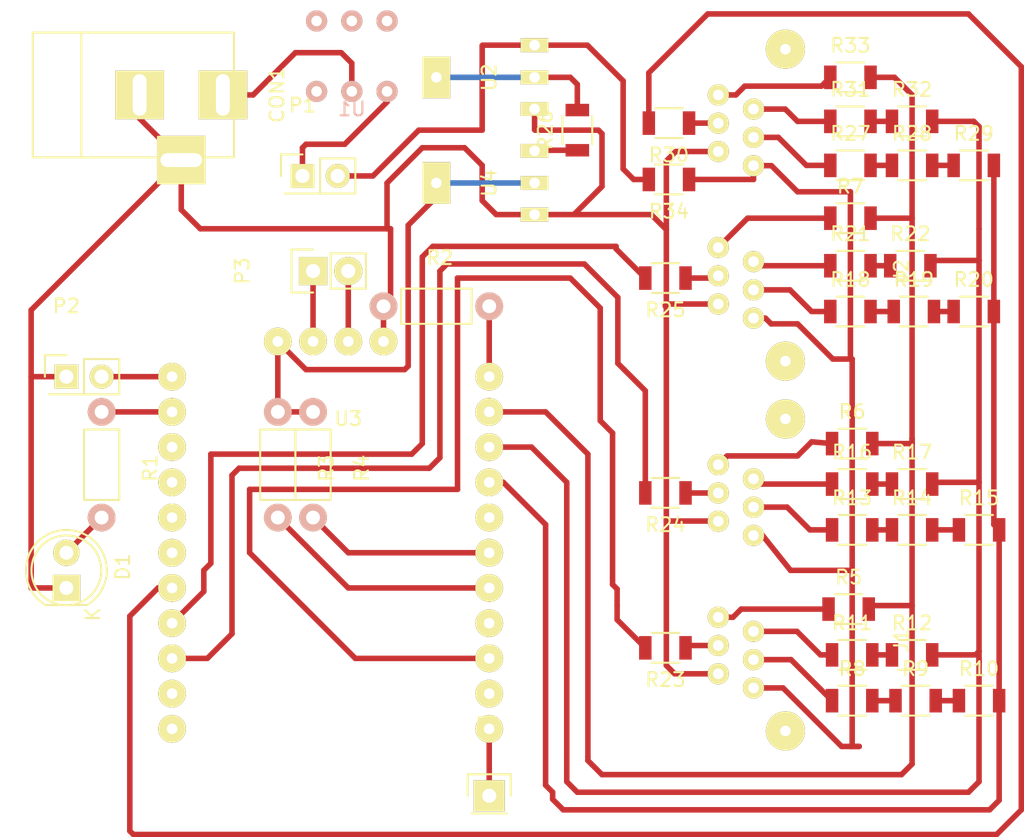
<source format=kicad_pcb>
(kicad_pcb (version 4) (host pcbnew 4.0.2+dfsg1-stable)

  (general
    (links 79)
    (no_connects 0)
    (area 121.938 91.93552 196.234002 152.800002)
    (thickness 1.6)
    (drawings 0)
    (tracks 278)
    (zones 0)
    (modules 46)
    (nets 70)
  )

  (page A4)
  (layers
    (0 F.Cu signal)
    (31 B.Cu signal)
    (32 B.Adhes user)
    (33 F.Adhes user)
    (34 B.Paste user)
    (35 F.Paste user)
    (36 B.SilkS user)
    (37 F.SilkS user)
    (38 B.Mask user)
    (39 F.Mask user)
    (40 Dwgs.User user)
    (41 Cmts.User user)
    (42 Eco1.User user)
    (43 Eco2.User user)
    (44 Edge.Cuts user)
    (45 Margin user)
    (46 B.CrtYd user)
    (47 F.CrtYd user)
    (48 B.Fab user)
    (49 F.Fab user)
  )

  (setup
    (last_trace_width 0.4)
    (user_trace_width 0.2)
    (trace_clearance 0.2)
    (zone_clearance 0.508)
    (zone_45_only no)
    (trace_min 0.2)
    (segment_width 0.2)
    (edge_width 0.15)
    (via_size 0.6)
    (via_drill 0.4)
    (via_min_size 0.4)
    (via_min_drill 0.3)
    (uvia_size 0.3)
    (uvia_drill 0.1)
    (uvias_allowed no)
    (uvia_min_size 0.2)
    (uvia_min_drill 0.1)
    (pcb_text_width 0.3)
    (pcb_text_size 1.5 1.5)
    (mod_edge_width 0.15)
    (mod_text_size 1 1)
    (mod_text_width 0.15)
    (pad_size 1.524 1.524)
    (pad_drill 0.762)
    (pad_to_mask_clearance 0.2)
    (aux_axis_origin 0 0)
    (visible_elements FFFFFF7F)
    (pcbplotparams
      (layerselection 0x00000_00000001)
      (usegerberextensions false)
      (excludeedgelayer true)
      (linewidth 0.100000)
      (plotframeref false)
      (viasonmask false)
      (mode 1)
      (useauxorigin false)
      (hpglpennumber 1)
      (hpglpenspeed 20)
      (hpglpendiameter 15)
      (hpglpenoverlay 2)
      (psnegative false)
      (psa4output false)
      (plotreference true)
      (plotvalue true)
      (plotinvisibletext false)
      (padsonsilk false)
      (subtractmaskfromsilk false)
      (outputformat 1)
      (mirror false)
      (drillshape 0)
      (scaleselection 1)
      (outputdirectory ""))
  )

  (net 0 "")
  (net 1 "Net-(CON1-Pad1)")
  (net 2 "Net-(CON1-Pad2)")
  (net 3 "Net-(D1-Pad2)")
  (net 4 "Net-(J1-Pad4)")
  (net 5 "Net-(J1-Pad6)")
  (net 6 "Net-(J1-Pad1)")
  (net 7 "Net-(J1-Pad3)")
  (net 8 "Net-(J1-Pad5)")
  (net 9 "Net-(J1-Pad8)")
  (net 10 "Net-(J1-Pad7)")
  (net 11 "Net-(J2-Pad4)")
  (net 12 "Net-(J2-Pad8)")
  (net 13 "Net-(J2-Pad7)")
  (net 14 "Net-(P1-Pad1)")
  (net 15 "Net-(P2-Pad2)")
  (net 16 "Net-(P3-Pad1)")
  (net 17 "Net-(P3-Pad2)")
  (net 18 "Net-(R1-Pad1)")
  (net 19 "Net-(R2-Pad2)")
  (net 20 "Net-(R3-Pad1)")
  (net 21 "Net-(R3-Pad2)")
  (net 22 "Net-(R4-Pad2)")
  (net 23 "Net-(U1-Pad1)")
  (net 24 "Net-(U1-Pad4)")
  (net 25 "Net-(U1-Pad5)")
  (net 26 "Net-(U1-Pad6)")
  (net 27 "Net-(U3-Pad7)")
  (net 28 "Net-(U3-Pad8)")
  (net 29 "Net-(U3-Pad9)")
  (net 30 "Net-(U3-Pad10)")
  (net 31 "Net-(U3-Pad14)")
  (net 32 "Net-(U3-Pad15)")
  (net 33 "Net-(U3-Pad17)")
  (net 34 "Net-(U3-Pad19)")
  (net 35 "Net-(U3-Pad22)")
  (net 36 "Net-(J2-Pad6)")
  (net 37 "Net-(J2-Pad5)")
  (net 38 "Net-(R8-Pad2)")
  (net 39 "Net-(R10-Pad1)")
  (net 40 "Net-(R10-Pad2)")
  (net 41 "Net-(R11-Pad2)")
  (net 42 "Net-(R12-Pad2)")
  (net 43 "Net-(R13-Pad2)")
  (net 44 "Net-(R14-Pad2)")
  (net 45 "Net-(R16-Pad2)")
  (net 46 "Net-(R18-Pad2)")
  (net 47 "Net-(R19-Pad2)")
  (net 48 "Net-(R21-Pad2)")
  (net 49 "Net-(J2-Pad3)")
  (net 50 "Net-(R23-Pad2)")
  (net 51 "Net-(R24-Pad2)")
  (net 52 "Net-(R25-Pad2)")
  (net 53 "Net-(R26-Pad1)")
  (net 54 "Net-(R26-Pad2)")
  (net 55 "Net-(J1-Pad14)")
  (net 56 "Net-(R33-Pad2)")
  (net 57 "Net-(J2-Pad14)")
  (net 58 "Net-(J1-Pad11)")
  (net 59 "Net-(J1-Pad13)")
  (net 60 "Net-(J2-Pad11)")
  (net 61 "Net-(J2-Pad13)")
  (net 62 "Net-(J1-Pad12)")
  (net 63 "Net-(J2-Pad12)")
  (net 64 "Net-(R27-Pad2)")
  (net 65 "Net-(R28-Pad2)")
  (net 66 "Net-(R30-Pad2)")
  (net 67 "Net-(R31-Pad2)")
  (net 68 "Net-(P4-Pad1)")
  (net 69 "Net-(P1-Pad2)")

  (net_class Default "This is the default net class."
    (clearance 0.2)
    (trace_width 0.4)
    (via_dia 0.6)
    (via_drill 0.4)
    (uvia_dia 0.3)
    (uvia_drill 0.1)
    (add_net "Net-(CON1-Pad1)")
    (add_net "Net-(CON1-Pad2)")
    (add_net "Net-(D1-Pad2)")
    (add_net "Net-(J1-Pad1)")
    (add_net "Net-(J1-Pad11)")
    (add_net "Net-(J1-Pad12)")
    (add_net "Net-(J1-Pad13)")
    (add_net "Net-(J1-Pad14)")
    (add_net "Net-(J1-Pad3)")
    (add_net "Net-(J1-Pad4)")
    (add_net "Net-(J1-Pad5)")
    (add_net "Net-(J1-Pad6)")
    (add_net "Net-(J1-Pad7)")
    (add_net "Net-(J1-Pad8)")
    (add_net "Net-(J2-Pad11)")
    (add_net "Net-(J2-Pad12)")
    (add_net "Net-(J2-Pad13)")
    (add_net "Net-(J2-Pad14)")
    (add_net "Net-(J2-Pad3)")
    (add_net "Net-(J2-Pad4)")
    (add_net "Net-(J2-Pad5)")
    (add_net "Net-(J2-Pad6)")
    (add_net "Net-(J2-Pad7)")
    (add_net "Net-(J2-Pad8)")
    (add_net "Net-(P1-Pad1)")
    (add_net "Net-(P1-Pad2)")
    (add_net "Net-(P2-Pad2)")
    (add_net "Net-(P3-Pad1)")
    (add_net "Net-(P3-Pad2)")
    (add_net "Net-(P4-Pad1)")
    (add_net "Net-(R1-Pad1)")
    (add_net "Net-(R10-Pad1)")
    (add_net "Net-(R10-Pad2)")
    (add_net "Net-(R11-Pad2)")
    (add_net "Net-(R12-Pad2)")
    (add_net "Net-(R13-Pad2)")
    (add_net "Net-(R14-Pad2)")
    (add_net "Net-(R16-Pad2)")
    (add_net "Net-(R18-Pad2)")
    (add_net "Net-(R19-Pad2)")
    (add_net "Net-(R2-Pad2)")
    (add_net "Net-(R21-Pad2)")
    (add_net "Net-(R23-Pad2)")
    (add_net "Net-(R24-Pad2)")
    (add_net "Net-(R25-Pad2)")
    (add_net "Net-(R26-Pad1)")
    (add_net "Net-(R26-Pad2)")
    (add_net "Net-(R27-Pad2)")
    (add_net "Net-(R28-Pad2)")
    (add_net "Net-(R3-Pad1)")
    (add_net "Net-(R3-Pad2)")
    (add_net "Net-(R30-Pad2)")
    (add_net "Net-(R31-Pad2)")
    (add_net "Net-(R33-Pad2)")
    (add_net "Net-(R4-Pad2)")
    (add_net "Net-(R8-Pad2)")
    (add_net "Net-(U1-Pad1)")
    (add_net "Net-(U1-Pad4)")
    (add_net "Net-(U1-Pad5)")
    (add_net "Net-(U1-Pad6)")
    (add_net "Net-(U3-Pad10)")
    (add_net "Net-(U3-Pad14)")
    (add_net "Net-(U3-Pad15)")
    (add_net "Net-(U3-Pad17)")
    (add_net "Net-(U3-Pad19)")
    (add_net "Net-(U3-Pad22)")
    (add_net "Net-(U3-Pad7)")
    (add_net "Net-(U3-Pad8)")
    (add_net "Net-(U3-Pad9)")
  )

  (module Resistors_ThroughHole:Resistor_Horizontal_RM7mm (layer F.Cu) (tedit 57615DFA) (tstamp 57662035)
    (at 149.86 114.3)
    (descr "Resistor, Axial,  RM 7.62mm, 1/3W,")
    (tags "Resistor Axial RM 7.62mm 1/3W R3")
    (path /57614FAF)
    (fp_text reference R2 (at 4.05892 -3.50012) (layer F.SilkS)
      (effects (font (size 1 1) (thickness 0.15)))
    )
    (fp_text value 10K (at 3.81 3.81) (layer F.Fab)
      (effects (font (size 1 1) (thickness 0.15)))
    )
    (fp_line (start -1.25 -1.5) (end 8.85 -1.5) (layer F.CrtYd) (width 0.05))
    (fp_line (start -1.25 1.5) (end -1.25 -1.5) (layer F.CrtYd) (width 0.05))
    (fp_line (start 8.85 -1.5) (end 8.85 1.5) (layer F.CrtYd) (width 0.05))
    (fp_line (start -1.25 1.5) (end 8.85 1.5) (layer F.CrtYd) (width 0.05))
    (fp_line (start 1.27 -1.27) (end 6.35 -1.27) (layer F.SilkS) (width 0.15))
    (fp_line (start 6.35 -1.27) (end 6.35 1.27) (layer F.SilkS) (width 0.15))
    (fp_line (start 6.35 1.27) (end 1.27 1.27) (layer F.SilkS) (width 0.15))
    (fp_line (start 1.27 1.27) (end 1.27 -1.27) (layer F.SilkS) (width 0.15))
    (pad 1 thru_hole circle (at 0 0) (size 1.99898 1.99898) (drill 1.00076) (layers *.Cu *.SilkS *.Mask)
      (net 2 "Net-(CON1-Pad2)"))
    (pad 2 thru_hole circle (at 7.62 0) (size 1.99898 1.99898) (drill 1.00076) (layers *.Cu *.SilkS *.Mask)
      (net 19 "Net-(R2-Pad2)"))
  )

  (module bugs:ESP201 (layer F.Cu) (tedit 5727C3F6) (tstamp 57619D29)
    (at 147.32 121.92)
    (path /57614FB7)
    (fp_text reference U3 (at 0 0.5) (layer F.SilkS)
      (effects (font (size 1 1) (thickness 0.15)))
    )
    (fp_text value ESP-201 (at 0 -0.5) (layer F.Fab)
      (effects (font (size 1 1) (thickness 0.15)))
    )
    (pad 1 thru_hole circle (at -5.08 -5.08) (size 2 2) (drill 0.762) (layers *.Cu *.Mask F.SilkS)
      (net 20 "Net-(R3-Pad1)"))
    (pad 2 thru_hole circle (at -2.54 -5.08) (size 2 2) (drill 0.762) (layers *.Cu *.Mask F.SilkS)
      (net 16 "Net-(P3-Pad1)"))
    (pad 3 thru_hole circle (at 0 -5.08) (size 2 2) (drill 0.762) (layers *.Cu *.Mask F.SilkS)
      (net 17 "Net-(P3-Pad2)"))
    (pad 4 thru_hole circle (at 2.54 -5.08) (size 2 2) (drill 0.762) (layers *.Cu *.Mask F.SilkS)
      (net 2 "Net-(CON1-Pad2)"))
    (pad 5 thru_hole circle (at -12.7 -2.54) (size 2 2) (drill 0.762) (layers *.Cu *.Mask F.SilkS)
      (net 15 "Net-(P2-Pad2)"))
    (pad 6 thru_hole circle (at -12.7 0) (size 2 2) (drill 0.762) (layers *.Cu *.Mask F.SilkS)
      (net 18 "Net-(R1-Pad1)"))
    (pad 7 thru_hole circle (at -12.7 2.54) (size 2 2) (drill 0.762) (layers *.Cu *.Mask F.SilkS)
      (net 27 "Net-(U3-Pad7)"))
    (pad 8 thru_hole circle (at -12.7 5.08) (size 2 2) (drill 0.762) (layers *.Cu *.Mask F.SilkS)
      (net 28 "Net-(U3-Pad8)"))
    (pad 9 thru_hole circle (at -12.7 7.62) (size 2 2) (drill 0.762) (layers *.Cu *.Mask F.SilkS)
      (net 29 "Net-(U3-Pad9)"))
    (pad 10 thru_hole circle (at -12.7 10.16) (size 2 2) (drill 0.762) (layers *.Cu *.Mask F.SilkS)
      (net 30 "Net-(U3-Pad10)"))
    (pad 11 thru_hole circle (at -12.7 12.7) (size 2 2) (drill 0.762) (layers *.Cu *.Mask F.SilkS)
      (net 66 "Net-(R30-Pad2)"))
    (pad 12 thru_hole circle (at -12.7 15.24) (size 2 2) (drill 0.762) (layers *.Cu *.Mask F.SilkS)
      (net 52 "Net-(R25-Pad2)"))
    (pad 13 thru_hole circle (at -12.7 17.78) (size 2 2) (drill 0.762) (layers *.Cu *.Mask F.SilkS)
      (net 51 "Net-(R24-Pad2)"))
    (pad 14 thru_hole circle (at -12.7 20.32) (size 2 2) (drill 0.762) (layers *.Cu *.Mask F.SilkS)
      (net 31 "Net-(U3-Pad14)"))
    (pad 15 thru_hole circle (at -12.7 22.86) (size 2 2) (drill 0.762) (layers *.Cu *.Mask F.SilkS)
      (net 32 "Net-(U3-Pad15)"))
    (pad 16 thru_hole circle (at 10.16 22.86) (size 2 2) (drill 0.762) (layers *.Cu *.Mask F.SilkS)
      (net 68 "Net-(P4-Pad1)"))
    (pad 17 thru_hole circle (at 10.16 20.32) (size 2 2) (drill 0.762) (layers *.Cu *.Mask F.SilkS)
      (net 33 "Net-(U3-Pad17)"))
    (pad 18 thru_hole circle (at 10.16 17.78) (size 2 2) (drill 0.762) (layers *.Cu *.Mask F.SilkS)
      (net 50 "Net-(R23-Pad2)"))
    (pad 19 thru_hole circle (at 10.16 15.24) (size 2 2) (drill 0.762) (layers *.Cu *.Mask F.SilkS)
      (net 34 "Net-(U3-Pad19)"))
    (pad 20 thru_hole circle (at 10.16 12.7) (size 2 2) (drill 0.762) (layers *.Cu *.Mask F.SilkS)
      (net 21 "Net-(R3-Pad2)"))
    (pad 21 thru_hole circle (at 10.16 10.16) (size 2 2) (drill 0.762) (layers *.Cu *.Mask F.SilkS)
      (net 22 "Net-(R4-Pad2)"))
    (pad 22 thru_hole circle (at 10.16 7.62) (size 2 2) (drill 0.762) (layers *.Cu *.Mask F.SilkS)
      (net 35 "Net-(U3-Pad22)"))
    (pad 23 thru_hole circle (at 10.16 5.08) (size 2 2) (drill 0.762) (layers *.Cu *.Mask F.SilkS)
      (net 40 "Net-(R10-Pad2)"))
    (pad 24 thru_hole circle (at 10.16 2.54) (size 2 2) (drill 0.762) (layers *.Cu *.Mask F.SilkS)
      (net 42 "Net-(R12-Pad2)"))
    (pad 25 thru_hole circle (at 10.16 0) (size 2 2) (drill 0.762) (layers *.Cu *.Mask F.SilkS)
      (net 56 "Net-(R33-Pad2)"))
    (pad 26 thru_hole circle (at 10.16 -2.54) (size 2 2) (drill 0.762) (layers *.Cu *.Mask F.SilkS)
      (net 19 "Net-(R2-Pad2)"))
  )

  (module Connect:BARREL_JACK (layer F.Cu) (tedit 0) (tstamp 57619CA6)
    (at 132.08 99.06)
    (descr "DC Barrel Jack")
    (tags "Power Jack")
    (path /576155CA)
    (fp_text reference CON1 (at 10.09904 0 90) (layer F.SilkS)
      (effects (font (size 1 1) (thickness 0.15)))
    )
    (fp_text value BARREL_JACK (at 0 -5.99948) (layer F.Fab)
      (effects (font (size 1 1) (thickness 0.15)))
    )
    (fp_line (start -4.0005 -4.50088) (end -4.0005 4.50088) (layer F.SilkS) (width 0.15))
    (fp_line (start -7.50062 -4.50088) (end -7.50062 4.50088) (layer F.SilkS) (width 0.15))
    (fp_line (start -7.50062 4.50088) (end 7.00024 4.50088) (layer F.SilkS) (width 0.15))
    (fp_line (start 7.00024 4.50088) (end 7.00024 -4.50088) (layer F.SilkS) (width 0.15))
    (fp_line (start 7.00024 -4.50088) (end -7.50062 -4.50088) (layer F.SilkS) (width 0.15))
    (pad 1 thru_hole rect (at 6.20014 0) (size 3.50012 3.50012) (drill oval 1.00076 2.99974) (layers *.Cu *.Mask F.SilkS)
      (net 1 "Net-(CON1-Pad1)"))
    (pad 2 thru_hole rect (at 0.20066 0) (size 3.50012 3.50012) (drill oval 1.00076 2.99974) (layers *.Cu *.Mask F.SilkS)
      (net 2 "Net-(CON1-Pad2)"))
    (pad 3 thru_hole rect (at 3.2004 4.699) (size 3.50012 3.50012) (drill oval 2.99974 1.00076) (layers *.Cu *.Mask F.SilkS)
      (net 2 "Net-(CON1-Pad2)"))
  )

  (module LEDs:LED-5MM (layer F.Cu) (tedit 5570F7EA) (tstamp 57619CAC)
    (at 127 134.62 90)
    (descr "LED 5mm round vertical")
    (tags "LED 5mm round vertical")
    (path /57614FB3)
    (fp_text reference D1 (at 1.524 4.064 90) (layer F.SilkS)
      (effects (font (size 1 1) (thickness 0.15)))
    )
    (fp_text value LED (at 1.524 -3.937 90) (layer F.Fab)
      (effects (font (size 1 1) (thickness 0.15)))
    )
    (fp_line (start -1.5 -1.55) (end -1.5 1.55) (layer F.CrtYd) (width 0.05))
    (fp_arc (start 1.3 0) (end -1.5 1.55) (angle -302) (layer F.CrtYd) (width 0.05))
    (fp_arc (start 1.27 0) (end -1.23 -1.5) (angle 297.5) (layer F.SilkS) (width 0.15))
    (fp_line (start -1.23 1.5) (end -1.23 -1.5) (layer F.SilkS) (width 0.15))
    (fp_circle (center 1.27 0) (end 0.97 -2.5) (layer F.SilkS) (width 0.15))
    (fp_text user K (at -1.905 1.905 90) (layer F.SilkS)
      (effects (font (size 1 1) (thickness 0.15)))
    )
    (pad 1 thru_hole rect (at 0 0 180) (size 2 1.9) (drill 1.00076) (layers *.Cu *.Mask F.SilkS)
      (net 2 "Net-(CON1-Pad2)"))
    (pad 2 thru_hole circle (at 2.54 0 90) (size 1.9 1.9) (drill 1.00076) (layers *.Cu *.Mask F.SilkS)
      (net 3 "Net-(D1-Pad2)"))
    (model LEDs.3dshapes/LED-5MM.wrl
      (at (xyz 0.05 0 0))
      (scale (xyz 1 1 1))
      (rotate (xyz 0 0 90))
    )
  )

  (module Pin_Headers:Pin_Header_Straight_2x01 (layer F.Cu) (tedit 0) (tstamp 57619CD6)
    (at 144.018 104.902)
    (descr "Through hole pin header")
    (tags "pin header")
    (path /576157E4)
    (fp_text reference P1 (at 0 -5.1) (layer F.SilkS)
      (effects (font (size 1 1) (thickness 0.15)))
    )
    (fp_text value ON/OFF (at 0 -3.1) (layer F.Fab)
      (effects (font (size 1 1) (thickness 0.15)))
    )
    (fp_line (start -1.75 -1.75) (end -1.75 1.75) (layer F.CrtYd) (width 0.05))
    (fp_line (start 4.3 -1.75) (end 4.3 1.75) (layer F.CrtYd) (width 0.05))
    (fp_line (start -1.75 -1.75) (end 4.3 -1.75) (layer F.CrtYd) (width 0.05))
    (fp_line (start -1.75 1.75) (end 4.3 1.75) (layer F.CrtYd) (width 0.05))
    (fp_line (start -1.55 0) (end -1.55 -1.55) (layer F.SilkS) (width 0.15))
    (fp_line (start 0 -1.55) (end -1.55 -1.55) (layer F.SilkS) (width 0.15))
    (fp_line (start -1.27 1.27) (end 1.27 1.27) (layer F.SilkS) (width 0.15))
    (fp_line (start 3.81 -1.27) (end 1.27 -1.27) (layer F.SilkS) (width 0.15))
    (fp_line (start 1.27 -1.27) (end 1.27 1.27) (layer F.SilkS) (width 0.15))
    (fp_line (start 1.27 1.27) (end 3.81 1.27) (layer F.SilkS) (width 0.15))
    (fp_line (start 3.81 1.27) (end 3.81 -1.27) (layer F.SilkS) (width 0.15))
    (pad 1 thru_hole rect (at 0 0) (size 1.7272 1.7272) (drill 1.016) (layers *.Cu *.Mask F.SilkS)
      (net 14 "Net-(P1-Pad1)"))
    (pad 2 thru_hole oval (at 2.54 0) (size 1.7272 1.7272) (drill 1.016) (layers *.Cu *.Mask F.SilkS)
      (net 69 "Net-(P1-Pad2)"))
    (model Pin_Headers.3dshapes/Pin_Header_Straight_2x01.wrl
      (at (xyz 0.05 0 0))
      (scale (xyz 1 1 1))
      (rotate (xyz 0 0 90))
    )
  )

  (module Pin_Headers:Pin_Header_Straight_2x01 (layer F.Cu) (tedit 0) (tstamp 57619CDC)
    (at 127 119.38)
    (descr "Through hole pin header")
    (tags "pin header")
    (path /57615E04)
    (fp_text reference P2 (at 0 -5.1) (layer F.SilkS)
      (effects (font (size 1 1) (thickness 0.15)))
    )
    (fp_text value FW (at 0 -3.1) (layer F.Fab)
      (effects (font (size 1 1) (thickness 0.15)))
    )
    (fp_line (start -1.75 -1.75) (end -1.75 1.75) (layer F.CrtYd) (width 0.05))
    (fp_line (start 4.3 -1.75) (end 4.3 1.75) (layer F.CrtYd) (width 0.05))
    (fp_line (start -1.75 -1.75) (end 4.3 -1.75) (layer F.CrtYd) (width 0.05))
    (fp_line (start -1.75 1.75) (end 4.3 1.75) (layer F.CrtYd) (width 0.05))
    (fp_line (start -1.55 0) (end -1.55 -1.55) (layer F.SilkS) (width 0.15))
    (fp_line (start 0 -1.55) (end -1.55 -1.55) (layer F.SilkS) (width 0.15))
    (fp_line (start -1.27 1.27) (end 1.27 1.27) (layer F.SilkS) (width 0.15))
    (fp_line (start 3.81 -1.27) (end 1.27 -1.27) (layer F.SilkS) (width 0.15))
    (fp_line (start 1.27 -1.27) (end 1.27 1.27) (layer F.SilkS) (width 0.15))
    (fp_line (start 1.27 1.27) (end 3.81 1.27) (layer F.SilkS) (width 0.15))
    (fp_line (start 3.81 1.27) (end 3.81 -1.27) (layer F.SilkS) (width 0.15))
    (pad 1 thru_hole rect (at 0 0) (size 1.7272 1.7272) (drill 1.016) (layers *.Cu *.Mask F.SilkS)
      (net 2 "Net-(CON1-Pad2)"))
    (pad 2 thru_hole oval (at 2.54 0) (size 1.7272 1.7272) (drill 1.016) (layers *.Cu *.Mask F.SilkS)
      (net 15 "Net-(P2-Pad2)"))
    (model Pin_Headers.3dshapes/Pin_Header_Straight_2x01.wrl
      (at (xyz 0.05 0 0))
      (scale (xyz 1 1 1))
      (rotate (xyz 0 0 90))
    )
  )

  (module Pin_Headers:Pin_Header_Straight_1x02 (layer F.Cu) (tedit 54EA090C) (tstamp 57619CE2)
    (at 144.78 111.76 90)
    (descr "Through hole pin header")
    (tags "pin header")
    (path /576151F9)
    (fp_text reference P3 (at 0 -5.1 90) (layer F.SilkS)
      (effects (font (size 1 1) (thickness 0.15)))
    )
    (fp_text value RXTX (at 0 -3.1 90) (layer F.Fab)
      (effects (font (size 1 1) (thickness 0.15)))
    )
    (fp_line (start 1.27 1.27) (end 1.27 3.81) (layer F.SilkS) (width 0.15))
    (fp_line (start 1.55 -1.55) (end 1.55 0) (layer F.SilkS) (width 0.15))
    (fp_line (start -1.75 -1.75) (end -1.75 4.3) (layer F.CrtYd) (width 0.05))
    (fp_line (start 1.75 -1.75) (end 1.75 4.3) (layer F.CrtYd) (width 0.05))
    (fp_line (start -1.75 -1.75) (end 1.75 -1.75) (layer F.CrtYd) (width 0.05))
    (fp_line (start -1.75 4.3) (end 1.75 4.3) (layer F.CrtYd) (width 0.05))
    (fp_line (start 1.27 1.27) (end -1.27 1.27) (layer F.SilkS) (width 0.15))
    (fp_line (start -1.55 0) (end -1.55 -1.55) (layer F.SilkS) (width 0.15))
    (fp_line (start -1.55 -1.55) (end 1.55 -1.55) (layer F.SilkS) (width 0.15))
    (fp_line (start -1.27 1.27) (end -1.27 3.81) (layer F.SilkS) (width 0.15))
    (fp_line (start -1.27 3.81) (end 1.27 3.81) (layer F.SilkS) (width 0.15))
    (pad 1 thru_hole rect (at 0 0 90) (size 2.032 2.032) (drill 1.016) (layers *.Cu *.Mask F.SilkS)
      (net 16 "Net-(P3-Pad1)"))
    (pad 2 thru_hole oval (at 0 2.54 90) (size 2.032 2.032) (drill 1.016) (layers *.Cu *.Mask F.SilkS)
      (net 17 "Net-(P3-Pad2)"))
    (model Pin_Headers.3dshapes/Pin_Header_Straight_1x02.wrl
      (at (xyz 0 -0.05 0))
      (scale (xyz 1 1 1))
      (rotate (xyz 0 0 90))
    )
  )

  (module Resistors_ThroughHole:Resistor_Horizontal_RM7mm (layer F.Cu) (tedit 569FCF07) (tstamp 57619CE8)
    (at 129.54 121.92 270)
    (descr "Resistor, Axial,  RM 7.62mm, 1/3W,")
    (tags "Resistor Axial RM 7.62mm 1/3W R3")
    (path /57614FB6)
    (fp_text reference R1 (at 4.05892 -3.50012 270) (layer F.SilkS)
      (effects (font (size 1 1) (thickness 0.15)))
    )
    (fp_text value 1k (at 3.81 3.81 270) (layer F.Fab)
      (effects (font (size 1 1) (thickness 0.15)))
    )
    (fp_line (start -1.25 -1.5) (end 8.85 -1.5) (layer F.CrtYd) (width 0.05))
    (fp_line (start -1.25 1.5) (end -1.25 -1.5) (layer F.CrtYd) (width 0.05))
    (fp_line (start 8.85 -1.5) (end 8.85 1.5) (layer F.CrtYd) (width 0.05))
    (fp_line (start -1.25 1.5) (end 8.85 1.5) (layer F.CrtYd) (width 0.05))
    (fp_line (start 1.27 -1.27) (end 6.35 -1.27) (layer F.SilkS) (width 0.15))
    (fp_line (start 6.35 -1.27) (end 6.35 1.27) (layer F.SilkS) (width 0.15))
    (fp_line (start 6.35 1.27) (end 1.27 1.27) (layer F.SilkS) (width 0.15))
    (fp_line (start 1.27 1.27) (end 1.27 -1.27) (layer F.SilkS) (width 0.15))
    (pad 1 thru_hole circle (at 0 0 270) (size 1.99898 1.99898) (drill 1.00076) (layers *.Cu *.SilkS *.Mask)
      (net 18 "Net-(R1-Pad1)"))
    (pad 2 thru_hole circle (at 7.62 0 270) (size 1.99898 1.99898) (drill 1.00076) (layers *.Cu *.SilkS *.Mask)
      (net 3 "Net-(D1-Pad2)"))
  )

  (module bugs:button (layer B.Cu) (tedit 573994E4) (tstamp 57619D04)
    (at 147.574 96.266)
    (path /576156B5)
    (fp_text reference U1 (at 0 3.81) (layer B.SilkS)
      (effects (font (size 1 1) (thickness 0.15)) (justify mirror))
    )
    (fp_text value BUTTON (at 0 0.5) (layer B.Fab)
      (effects (font (size 1 1) (thickness 0.15)) (justify mirror))
    )
    (pad 1 thru_hole circle (at -2.54 2.54) (size 1.524 1.524) (drill 0.762) (layers *.Cu *.Mask B.SilkS)
      (net 23 "Net-(U1-Pad1)"))
    (pad 2 thru_hole circle (at 0 2.54) (size 1.524 1.524) (drill 0.762) (layers *.Cu *.Mask B.SilkS)
      (net 1 "Net-(CON1-Pad1)"))
    (pad 3 thru_hole circle (at 2.54 2.54) (size 1.524 1.524) (drill 0.762) (layers *.Cu *.Mask B.SilkS)
      (net 14 "Net-(P1-Pad1)"))
    (pad 4 thru_hole circle (at -2.54 -2.54) (size 1.524 1.524) (drill 0.762) (layers *.Cu *.Mask B.SilkS)
      (net 24 "Net-(U1-Pad4)"))
    (pad 5 thru_hole circle (at 0 -2.54) (size 1.524 1.524) (drill 0.762) (layers *.Cu *.Mask B.SilkS)
      (net 25 "Net-(U1-Pad5)"))
    (pad 6 thru_hole circle (at 2.54 -2.54) (size 1.524 1.524) (drill 0.762) (layers *.Cu *.Mask B.SilkS)
      (net 26 "Net-(U1-Pad6)"))
  )

  (module Resistors_ThroughHole:Resistor_Horizontal_RM7mm (layer F.Cu) (tedit 569FCF07) (tstamp 57662043)
    (at 142.24 121.92 270)
    (descr "Resistor, Axial,  RM 7.62mm, 1/3W,")
    (tags "Resistor Axial RM 7.62mm 1/3W R3")
    (path /57614FAE)
    (fp_text reference R3 (at 4.05892 -3.50012 270) (layer F.SilkS)
      (effects (font (size 1 1) (thickness 0.15)))
    )
    (fp_text value 10k (at 3.81 3.81 270) (layer F.Fab)
      (effects (font (size 1 1) (thickness 0.15)))
    )
    (fp_line (start -1.25 -1.5) (end 8.85 -1.5) (layer F.CrtYd) (width 0.05))
    (fp_line (start -1.25 1.5) (end -1.25 -1.5) (layer F.CrtYd) (width 0.05))
    (fp_line (start 8.85 -1.5) (end 8.85 1.5) (layer F.CrtYd) (width 0.05))
    (fp_line (start -1.25 1.5) (end 8.85 1.5) (layer F.CrtYd) (width 0.05))
    (fp_line (start 1.27 -1.27) (end 6.35 -1.27) (layer F.SilkS) (width 0.15))
    (fp_line (start 6.35 -1.27) (end 6.35 1.27) (layer F.SilkS) (width 0.15))
    (fp_line (start 6.35 1.27) (end 1.27 1.27) (layer F.SilkS) (width 0.15))
    (fp_line (start 1.27 1.27) (end 1.27 -1.27) (layer F.SilkS) (width 0.15))
    (pad 1 thru_hole circle (at 0 0 270) (size 1.99898 1.99898) (drill 1.00076) (layers *.Cu *.SilkS *.Mask)
      (net 20 "Net-(R3-Pad1)"))
    (pad 2 thru_hole circle (at 7.62 0 270) (size 1.99898 1.99898) (drill 1.00076) (layers *.Cu *.SilkS *.Mask)
      (net 21 "Net-(R3-Pad2)"))
  )

  (module Resistors_ThroughHole:Resistor_Horizontal_RM7mm (layer F.Cu) (tedit 569FCF07) (tstamp 57662051)
    (at 144.78 121.92 270)
    (descr "Resistor, Axial,  RM 7.62mm, 1/3W,")
    (tags "Resistor Axial RM 7.62mm 1/3W R3")
    (path /57614FB0)
    (fp_text reference R4 (at 4.05892 -3.50012 270) (layer F.SilkS)
      (effects (font (size 1 1) (thickness 0.15)))
    )
    (fp_text value 10k (at 3.81 3.81 270) (layer F.Fab)
      (effects (font (size 1 1) (thickness 0.15)))
    )
    (fp_line (start -1.25 -1.5) (end 8.85 -1.5) (layer F.CrtYd) (width 0.05))
    (fp_line (start -1.25 1.5) (end -1.25 -1.5) (layer F.CrtYd) (width 0.05))
    (fp_line (start 8.85 -1.5) (end 8.85 1.5) (layer F.CrtYd) (width 0.05))
    (fp_line (start -1.25 1.5) (end 8.85 1.5) (layer F.CrtYd) (width 0.05))
    (fp_line (start 1.27 -1.27) (end 6.35 -1.27) (layer F.SilkS) (width 0.15))
    (fp_line (start 6.35 -1.27) (end 6.35 1.27) (layer F.SilkS) (width 0.15))
    (fp_line (start 6.35 1.27) (end 1.27 1.27) (layer F.SilkS) (width 0.15))
    (fp_line (start 1.27 1.27) (end 1.27 -1.27) (layer F.SilkS) (width 0.15))
    (pad 1 thru_hole circle (at 0 0 270) (size 1.99898 1.99898) (drill 1.00076) (layers *.Cu *.SilkS *.Mask)
      (net 20 "Net-(R3-Pad1)"))
    (pad 2 thru_hole circle (at 7.62 0 270) (size 1.99898 1.99898) (drill 1.00076) (layers *.Cu *.SilkS *.Mask)
      (net 22 "Net-(R4-Pad2)"))
  )

  (module Resistors_SMD:R_1206 (layer F.Cu) (tedit 5415CFA7) (tstamp 5769410C)
    (at 183.388 136.144)
    (descr "Resistor SMD 1206, reflow soldering, Vishay (see dcrcw.pdf)")
    (tags "resistor 1206")
    (path /57616080)
    (attr smd)
    (fp_text reference R5 (at 0 -2.3) (layer F.SilkS)
      (effects (font (size 1 1) (thickness 0.15)))
    )
    (fp_text value 0 (at 0 2.3) (layer F.Fab)
      (effects (font (size 1 1) (thickness 0.15)))
    )
    (fp_line (start -2.2 -1.2) (end 2.2 -1.2) (layer F.CrtYd) (width 0.05))
    (fp_line (start -2.2 1.2) (end 2.2 1.2) (layer F.CrtYd) (width 0.05))
    (fp_line (start -2.2 -1.2) (end -2.2 1.2) (layer F.CrtYd) (width 0.05))
    (fp_line (start 2.2 -1.2) (end 2.2 1.2) (layer F.CrtYd) (width 0.05))
    (fp_line (start 1 1.075) (end -1 1.075) (layer F.SilkS) (width 0.15))
    (fp_line (start -1 -1.075) (end 1 -1.075) (layer F.SilkS) (width 0.15))
    (pad 1 smd rect (at -1.45 0) (size 0.9 1.7) (layers F.Cu F.Paste F.Mask)
      (net 55 "Net-(J1-Pad14)"))
    (pad 2 smd rect (at 1.45 0) (size 0.9 1.7) (layers F.Cu F.Paste F.Mask)
      (net 56 "Net-(R33-Pad2)"))
    (model Resistors_SMD.3dshapes/R_1206.wrl
      (at (xyz 0 0 0))
      (scale (xyz 1 1 1))
      (rotate (xyz 0 0 0))
    )
  )

  (module Resistors_SMD:R_1206 (layer F.Cu) (tedit 5415CFA7) (tstamp 57694118)
    (at 183.642 124.206)
    (descr "Resistor SMD 1206, reflow soldering, Vishay (see dcrcw.pdf)")
    (tags "resistor 1206")
    (path /57615F24)
    (attr smd)
    (fp_text reference R6 (at 0 -2.3) (layer F.SilkS)
      (effects (font (size 1 1) (thickness 0.15)))
    )
    (fp_text value 0 (at 0 2.3) (layer F.Fab)
      (effects (font (size 1 1) (thickness 0.15)))
    )
    (fp_line (start -2.2 -1.2) (end 2.2 -1.2) (layer F.CrtYd) (width 0.05))
    (fp_line (start -2.2 1.2) (end 2.2 1.2) (layer F.CrtYd) (width 0.05))
    (fp_line (start -2.2 -1.2) (end -2.2 1.2) (layer F.CrtYd) (width 0.05))
    (fp_line (start 2.2 -1.2) (end 2.2 1.2) (layer F.CrtYd) (width 0.05))
    (fp_line (start 1 1.075) (end -1 1.075) (layer F.SilkS) (width 0.15))
    (fp_line (start -1 -1.075) (end 1 -1.075) (layer F.SilkS) (width 0.15))
    (pad 1 smd rect (at -1.45 0) (size 0.9 1.7) (layers F.Cu F.Paste F.Mask)
      (net 5 "Net-(J1-Pad6)"))
    (pad 2 smd rect (at 1.45 0) (size 0.9 1.7) (layers F.Cu F.Paste F.Mask)
      (net 56 "Net-(R33-Pad2)"))
    (model Resistors_SMD.3dshapes/R_1206.wrl
      (at (xyz 0 0 0))
      (scale (xyz 1 1 1))
      (rotate (xyz 0 0 0))
    )
  )

  (module Resistors_SMD:R_1206 (layer F.Cu) (tedit 5415CFA7) (tstamp 57694124)
    (at 183.515 107.95)
    (descr "Resistor SMD 1206, reflow soldering, Vishay (see dcrcw.pdf)")
    (tags "resistor 1206")
    (path /57615DA9)
    (attr smd)
    (fp_text reference R7 (at 0 -2.3) (layer F.SilkS)
      (effects (font (size 1 1) (thickness 0.15)))
    )
    (fp_text value 0 (at 0 2.3) (layer F.Fab)
      (effects (font (size 1 1) (thickness 0.15)))
    )
    (fp_line (start -2.2 -1.2) (end 2.2 -1.2) (layer F.CrtYd) (width 0.05))
    (fp_line (start -2.2 1.2) (end 2.2 1.2) (layer F.CrtYd) (width 0.05))
    (fp_line (start -2.2 -1.2) (end -2.2 1.2) (layer F.CrtYd) (width 0.05))
    (fp_line (start 2.2 -1.2) (end 2.2 1.2) (layer F.CrtYd) (width 0.05))
    (fp_line (start 1 1.075) (end -1 1.075) (layer F.SilkS) (width 0.15))
    (fp_line (start -1 -1.075) (end 1 -1.075) (layer F.SilkS) (width 0.15))
    (pad 1 smd rect (at -1.45 0) (size 0.9 1.7) (layers F.Cu F.Paste F.Mask)
      (net 57 "Net-(J2-Pad14)"))
    (pad 2 smd rect (at 1.45 0) (size 0.9 1.7) (layers F.Cu F.Paste F.Mask)
      (net 56 "Net-(R33-Pad2)"))
    (model Resistors_SMD.3dshapes/R_1206.wrl
      (at (xyz 0 0 0))
      (scale (xyz 1 1 1))
      (rotate (xyz 0 0 0))
    )
  )

  (module Resistors_SMD:R_1206 (layer F.Cu) (tedit 5415CFA7) (tstamp 576AD338)
    (at 183.642 142.748)
    (descr "Resistor SMD 1206, reflow soldering, Vishay (see dcrcw.pdf)")
    (tags "resistor 1206")
    (path /57617ECB)
    (attr smd)
    (fp_text reference R8 (at 0 -2.3) (layer F.SilkS)
      (effects (font (size 1 1) (thickness 0.15)))
    )
    (fp_text value 0 (at 0 2.3) (layer F.Fab)
      (effects (font (size 1 1) (thickness 0.15)))
    )
    (fp_line (start -2.2 -1.2) (end 2.2 -1.2) (layer F.CrtYd) (width 0.05))
    (fp_line (start -2.2 1.2) (end 2.2 1.2) (layer F.CrtYd) (width 0.05))
    (fp_line (start -2.2 -1.2) (end -2.2 1.2) (layer F.CrtYd) (width 0.05))
    (fp_line (start 2.2 -1.2) (end 2.2 1.2) (layer F.CrtYd) (width 0.05))
    (fp_line (start 1 1.075) (end -1 1.075) (layer F.SilkS) (width 0.15))
    (fp_line (start -1 -1.075) (end 1 -1.075) (layer F.SilkS) (width 0.15))
    (pad 1 smd rect (at -1.45 0) (size 0.9 1.7) (layers F.Cu F.Paste F.Mask)
      (net 58 "Net-(J1-Pad11)"))
    (pad 2 smd rect (at 1.45 0) (size 0.9 1.7) (layers F.Cu F.Paste F.Mask)
      (net 38 "Net-(R8-Pad2)"))
    (model Resistors_SMD.3dshapes/R_1206.wrl
      (at (xyz 0 0 0))
      (scale (xyz 1 1 1))
      (rotate (xyz 0 0 0))
    )
  )

  (module Resistors_SMD:R_1206 (layer F.Cu) (tedit 5415CFA7) (tstamp 576AD344)
    (at 188.214 142.748)
    (descr "Resistor SMD 1206, reflow soldering, Vishay (see dcrcw.pdf)")
    (tags "resistor 1206")
    (path /57617ED1)
    (attr smd)
    (fp_text reference R9 (at 0 -2.3) (layer F.SilkS)
      (effects (font (size 1 1) (thickness 0.15)))
    )
    (fp_text value 0 (at 0 2.3) (layer F.Fab)
      (effects (font (size 1 1) (thickness 0.15)))
    )
    (fp_line (start -2.2 -1.2) (end 2.2 -1.2) (layer F.CrtYd) (width 0.05))
    (fp_line (start -2.2 1.2) (end 2.2 1.2) (layer F.CrtYd) (width 0.05))
    (fp_line (start -2.2 -1.2) (end -2.2 1.2) (layer F.CrtYd) (width 0.05))
    (fp_line (start 2.2 -1.2) (end 2.2 1.2) (layer F.CrtYd) (width 0.05))
    (fp_line (start 1 1.075) (end -1 1.075) (layer F.SilkS) (width 0.15))
    (fp_line (start -1 -1.075) (end 1 -1.075) (layer F.SilkS) (width 0.15))
    (pad 1 smd rect (at -1.45 0) (size 0.9 1.7) (layers F.Cu F.Paste F.Mask)
      (net 38 "Net-(R8-Pad2)"))
    (pad 2 smd rect (at 1.45 0) (size 0.9 1.7) (layers F.Cu F.Paste F.Mask)
      (net 39 "Net-(R10-Pad1)"))
    (model Resistors_SMD.3dshapes/R_1206.wrl
      (at (xyz 0 0 0))
      (scale (xyz 1 1 1))
      (rotate (xyz 0 0 0))
    )
  )

  (module Resistors_SMD:R_1206 (layer F.Cu) (tedit 5415CFA7) (tstamp 576AD350)
    (at 192.786 142.748)
    (descr "Resistor SMD 1206, reflow soldering, Vishay (see dcrcw.pdf)")
    (tags "resistor 1206")
    (path /57617ED7)
    (attr smd)
    (fp_text reference R10 (at 0 -2.3) (layer F.SilkS)
      (effects (font (size 1 1) (thickness 0.15)))
    )
    (fp_text value 0 (at 0 2.3) (layer F.Fab)
      (effects (font (size 1 1) (thickness 0.15)))
    )
    (fp_line (start -2.2 -1.2) (end 2.2 -1.2) (layer F.CrtYd) (width 0.05))
    (fp_line (start -2.2 1.2) (end 2.2 1.2) (layer F.CrtYd) (width 0.05))
    (fp_line (start -2.2 -1.2) (end -2.2 1.2) (layer F.CrtYd) (width 0.05))
    (fp_line (start 2.2 -1.2) (end 2.2 1.2) (layer F.CrtYd) (width 0.05))
    (fp_line (start 1 1.075) (end -1 1.075) (layer F.SilkS) (width 0.15))
    (fp_line (start -1 -1.075) (end 1 -1.075) (layer F.SilkS) (width 0.15))
    (pad 1 smd rect (at -1.45 0) (size 0.9 1.7) (layers F.Cu F.Paste F.Mask)
      (net 39 "Net-(R10-Pad1)"))
    (pad 2 smd rect (at 1.45 0) (size 0.9 1.7) (layers F.Cu F.Paste F.Mask)
      (net 40 "Net-(R10-Pad2)"))
    (model Resistors_SMD.3dshapes/R_1206.wrl
      (at (xyz 0 0 0))
      (scale (xyz 1 1 1))
      (rotate (xyz 0 0 0))
    )
  )

  (module Resistors_SMD:R_1206 (layer F.Cu) (tedit 5415CFA7) (tstamp 576AD35C)
    (at 183.642 139.446)
    (descr "Resistor SMD 1206, reflow soldering, Vishay (see dcrcw.pdf)")
    (tags "resistor 1206")
    (path /57617EC5)
    (attr smd)
    (fp_text reference R11 (at 0 -2.3) (layer F.SilkS)
      (effects (font (size 1 1) (thickness 0.15)))
    )
    (fp_text value 0 (at 0 2.3) (layer F.Fab)
      (effects (font (size 1 1) (thickness 0.15)))
    )
    (fp_line (start -2.2 -1.2) (end 2.2 -1.2) (layer F.CrtYd) (width 0.05))
    (fp_line (start -2.2 1.2) (end 2.2 1.2) (layer F.CrtYd) (width 0.05))
    (fp_line (start -2.2 -1.2) (end -2.2 1.2) (layer F.CrtYd) (width 0.05))
    (fp_line (start 2.2 -1.2) (end 2.2 1.2) (layer F.CrtYd) (width 0.05))
    (fp_line (start 1 1.075) (end -1 1.075) (layer F.SilkS) (width 0.15))
    (fp_line (start -1 -1.075) (end 1 -1.075) (layer F.SilkS) (width 0.15))
    (pad 1 smd rect (at -1.45 0) (size 0.9 1.7) (layers F.Cu F.Paste F.Mask)
      (net 59 "Net-(J1-Pad13)"))
    (pad 2 smd rect (at 1.45 0) (size 0.9 1.7) (layers F.Cu F.Paste F.Mask)
      (net 41 "Net-(R11-Pad2)"))
    (model Resistors_SMD.3dshapes/R_1206.wrl
      (at (xyz 0 0 0))
      (scale (xyz 1 1 1))
      (rotate (xyz 0 0 0))
    )
  )

  (module Resistors_SMD:R_1206 (layer F.Cu) (tedit 5415CFA7) (tstamp 576AD368)
    (at 187.96 139.446)
    (descr "Resistor SMD 1206, reflow soldering, Vishay (see dcrcw.pdf)")
    (tags "resistor 1206")
    (path /57617EBF)
    (attr smd)
    (fp_text reference R12 (at 0 -2.3) (layer F.SilkS)
      (effects (font (size 1 1) (thickness 0.15)))
    )
    (fp_text value 0 (at 0 2.3) (layer F.Fab)
      (effects (font (size 1 1) (thickness 0.15)))
    )
    (fp_line (start -2.2 -1.2) (end 2.2 -1.2) (layer F.CrtYd) (width 0.05))
    (fp_line (start -2.2 1.2) (end 2.2 1.2) (layer F.CrtYd) (width 0.05))
    (fp_line (start -2.2 -1.2) (end -2.2 1.2) (layer F.CrtYd) (width 0.05))
    (fp_line (start 2.2 -1.2) (end 2.2 1.2) (layer F.CrtYd) (width 0.05))
    (fp_line (start 1 1.075) (end -1 1.075) (layer F.SilkS) (width 0.15))
    (fp_line (start -1 -1.075) (end 1 -1.075) (layer F.SilkS) (width 0.15))
    (pad 1 smd rect (at -1.45 0) (size 0.9 1.7) (layers F.Cu F.Paste F.Mask)
      (net 41 "Net-(R11-Pad2)"))
    (pad 2 smd rect (at 1.45 0) (size 0.9 1.7) (layers F.Cu F.Paste F.Mask)
      (net 42 "Net-(R12-Pad2)"))
    (model Resistors_SMD.3dshapes/R_1206.wrl
      (at (xyz 0 0 0))
      (scale (xyz 1 1 1))
      (rotate (xyz 0 0 0))
    )
  )

  (module Resistors_SMD:R_1206 (layer F.Cu) (tedit 5415CFA7) (tstamp 576AD374)
    (at 183.642 130.429)
    (descr "Resistor SMD 1206, reflow soldering, Vishay (see dcrcw.pdf)")
    (tags "resistor 1206")
    (path /57617B9C)
    (attr smd)
    (fp_text reference R13 (at 0 -2.3) (layer F.SilkS)
      (effects (font (size 1 1) (thickness 0.15)))
    )
    (fp_text value 0 (at 0 2.3) (layer F.Fab)
      (effects (font (size 1 1) (thickness 0.15)))
    )
    (fp_line (start -2.2 -1.2) (end 2.2 -1.2) (layer F.CrtYd) (width 0.05))
    (fp_line (start -2.2 1.2) (end 2.2 1.2) (layer F.CrtYd) (width 0.05))
    (fp_line (start -2.2 -1.2) (end -2.2 1.2) (layer F.CrtYd) (width 0.05))
    (fp_line (start 2.2 -1.2) (end 2.2 1.2) (layer F.CrtYd) (width 0.05))
    (fp_line (start 1 1.075) (end -1 1.075) (layer F.SilkS) (width 0.15))
    (fp_line (start -1 -1.075) (end 1 -1.075) (layer F.SilkS) (width 0.15))
    (pad 1 smd rect (at -1.45 0) (size 0.9 1.7) (layers F.Cu F.Paste F.Mask)
      (net 7 "Net-(J1-Pad3)"))
    (pad 2 smd rect (at 1.45 0) (size 0.9 1.7) (layers F.Cu F.Paste F.Mask)
      (net 43 "Net-(R13-Pad2)"))
    (model Resistors_SMD.3dshapes/R_1206.wrl
      (at (xyz 0 0 0))
      (scale (xyz 1 1 1))
      (rotate (xyz 0 0 0))
    )
  )

  (module Resistors_SMD:R_1206 (layer F.Cu) (tedit 5415CFA7) (tstamp 576AD380)
    (at 187.96 130.429)
    (descr "Resistor SMD 1206, reflow soldering, Vishay (see dcrcw.pdf)")
    (tags "resistor 1206")
    (path /57617BA2)
    (attr smd)
    (fp_text reference R14 (at 0 -2.3) (layer F.SilkS)
      (effects (font (size 1 1) (thickness 0.15)))
    )
    (fp_text value 0 (at 0 2.3) (layer F.Fab)
      (effects (font (size 1 1) (thickness 0.15)))
    )
    (fp_line (start -2.2 -1.2) (end 2.2 -1.2) (layer F.CrtYd) (width 0.05))
    (fp_line (start -2.2 1.2) (end 2.2 1.2) (layer F.CrtYd) (width 0.05))
    (fp_line (start -2.2 -1.2) (end -2.2 1.2) (layer F.CrtYd) (width 0.05))
    (fp_line (start 2.2 -1.2) (end 2.2 1.2) (layer F.CrtYd) (width 0.05))
    (fp_line (start 1 1.075) (end -1 1.075) (layer F.SilkS) (width 0.15))
    (fp_line (start -1 -1.075) (end 1 -1.075) (layer F.SilkS) (width 0.15))
    (pad 1 smd rect (at -1.45 0) (size 0.9 1.7) (layers F.Cu F.Paste F.Mask)
      (net 43 "Net-(R13-Pad2)"))
    (pad 2 smd rect (at 1.45 0) (size 0.9 1.7) (layers F.Cu F.Paste F.Mask)
      (net 44 "Net-(R14-Pad2)"))
    (model Resistors_SMD.3dshapes/R_1206.wrl
      (at (xyz 0 0 0))
      (scale (xyz 1 1 1))
      (rotate (xyz 0 0 0))
    )
  )

  (module Resistors_SMD:R_1206 (layer F.Cu) (tedit 5415CFA7) (tstamp 576AD38C)
    (at 192.786 130.429)
    (descr "Resistor SMD 1206, reflow soldering, Vishay (see dcrcw.pdf)")
    (tags "resistor 1206")
    (path /57617BA8)
    (attr smd)
    (fp_text reference R15 (at 0 -2.3) (layer F.SilkS)
      (effects (font (size 1 1) (thickness 0.15)))
    )
    (fp_text value 0 (at 0 2.3) (layer F.Fab)
      (effects (font (size 1 1) (thickness 0.15)))
    )
    (fp_line (start -2.2 -1.2) (end 2.2 -1.2) (layer F.CrtYd) (width 0.05))
    (fp_line (start -2.2 1.2) (end 2.2 1.2) (layer F.CrtYd) (width 0.05))
    (fp_line (start -2.2 -1.2) (end -2.2 1.2) (layer F.CrtYd) (width 0.05))
    (fp_line (start 2.2 -1.2) (end 2.2 1.2) (layer F.CrtYd) (width 0.05))
    (fp_line (start 1 1.075) (end -1 1.075) (layer F.SilkS) (width 0.15))
    (fp_line (start -1 -1.075) (end 1 -1.075) (layer F.SilkS) (width 0.15))
    (pad 1 smd rect (at -1.45 0) (size 0.9 1.7) (layers F.Cu F.Paste F.Mask)
      (net 44 "Net-(R14-Pad2)"))
    (pad 2 smd rect (at 1.45 0) (size 0.9 1.7) (layers F.Cu F.Paste F.Mask)
      (net 40 "Net-(R10-Pad2)"))
    (model Resistors_SMD.3dshapes/R_1206.wrl
      (at (xyz 0 0 0))
      (scale (xyz 1 1 1))
      (rotate (xyz 0 0 0))
    )
  )

  (module Resistors_SMD:R_1206 (layer F.Cu) (tedit 5415CFA7) (tstamp 576AD398)
    (at 183.642 127.127)
    (descr "Resistor SMD 1206, reflow soldering, Vishay (see dcrcw.pdf)")
    (tags "resistor 1206")
    (path /57617B96)
    (attr smd)
    (fp_text reference R16 (at 0 -2.3) (layer F.SilkS)
      (effects (font (size 1 1) (thickness 0.15)))
    )
    (fp_text value 0 (at 0 2.3) (layer F.Fab)
      (effects (font (size 1 1) (thickness 0.15)))
    )
    (fp_line (start -2.2 -1.2) (end 2.2 -1.2) (layer F.CrtYd) (width 0.05))
    (fp_line (start -2.2 1.2) (end 2.2 1.2) (layer F.CrtYd) (width 0.05))
    (fp_line (start -2.2 -1.2) (end -2.2 1.2) (layer F.CrtYd) (width 0.05))
    (fp_line (start 2.2 -1.2) (end 2.2 1.2) (layer F.CrtYd) (width 0.05))
    (fp_line (start 1 1.075) (end -1 1.075) (layer F.SilkS) (width 0.15))
    (fp_line (start -1 -1.075) (end 1 -1.075) (layer F.SilkS) (width 0.15))
    (pad 1 smd rect (at -1.45 0) (size 0.9 1.7) (layers F.Cu F.Paste F.Mask)
      (net 8 "Net-(J1-Pad5)"))
    (pad 2 smd rect (at 1.45 0) (size 0.9 1.7) (layers F.Cu F.Paste F.Mask)
      (net 45 "Net-(R16-Pad2)"))
    (model Resistors_SMD.3dshapes/R_1206.wrl
      (at (xyz 0 0 0))
      (scale (xyz 1 1 1))
      (rotate (xyz 0 0 0))
    )
  )

  (module Resistors_SMD:R_1206 (layer F.Cu) (tedit 5415CFA7) (tstamp 576AD3A4)
    (at 187.96 127.127)
    (descr "Resistor SMD 1206, reflow soldering, Vishay (see dcrcw.pdf)")
    (tags "resistor 1206")
    (path /57617B90)
    (attr smd)
    (fp_text reference R17 (at 0 -2.3) (layer F.SilkS)
      (effects (font (size 1 1) (thickness 0.15)))
    )
    (fp_text value 0 (at 0 2.3) (layer F.Fab)
      (effects (font (size 1 1) (thickness 0.15)))
    )
    (fp_line (start -2.2 -1.2) (end 2.2 -1.2) (layer F.CrtYd) (width 0.05))
    (fp_line (start -2.2 1.2) (end 2.2 1.2) (layer F.CrtYd) (width 0.05))
    (fp_line (start -2.2 -1.2) (end -2.2 1.2) (layer F.CrtYd) (width 0.05))
    (fp_line (start 2.2 -1.2) (end 2.2 1.2) (layer F.CrtYd) (width 0.05))
    (fp_line (start 1 1.075) (end -1 1.075) (layer F.SilkS) (width 0.15))
    (fp_line (start -1 -1.075) (end 1 -1.075) (layer F.SilkS) (width 0.15))
    (pad 1 smd rect (at -1.45 0) (size 0.9 1.7) (layers F.Cu F.Paste F.Mask)
      (net 45 "Net-(R16-Pad2)"))
    (pad 2 smd rect (at 1.45 0) (size 0.9 1.7) (layers F.Cu F.Paste F.Mask)
      (net 42 "Net-(R12-Pad2)"))
    (model Resistors_SMD.3dshapes/R_1206.wrl
      (at (xyz 0 0 0))
      (scale (xyz 1 1 1))
      (rotate (xyz 0 0 0))
    )
  )

  (module Resistors_SMD:R_1206 (layer F.Cu) (tedit 5415CFA7) (tstamp 576AD3B0)
    (at 183.515 114.681)
    (descr "Resistor SMD 1206, reflow soldering, Vishay (see dcrcw.pdf)")
    (tags "resistor 1206")
    (path /57617449)
    (attr smd)
    (fp_text reference R18 (at 0 -2.3) (layer F.SilkS)
      (effects (font (size 1 1) (thickness 0.15)))
    )
    (fp_text value 0 (at 0 2.3) (layer F.Fab)
      (effects (font (size 1 1) (thickness 0.15)))
    )
    (fp_line (start -2.2 -1.2) (end 2.2 -1.2) (layer F.CrtYd) (width 0.05))
    (fp_line (start -2.2 1.2) (end 2.2 1.2) (layer F.CrtYd) (width 0.05))
    (fp_line (start -2.2 -1.2) (end -2.2 1.2) (layer F.CrtYd) (width 0.05))
    (fp_line (start 2.2 -1.2) (end 2.2 1.2) (layer F.CrtYd) (width 0.05))
    (fp_line (start 1 1.075) (end -1 1.075) (layer F.SilkS) (width 0.15))
    (fp_line (start -1 -1.075) (end 1 -1.075) (layer F.SilkS) (width 0.15))
    (pad 1 smd rect (at -1.45 0) (size 0.9 1.7) (layers F.Cu F.Paste F.Mask)
      (net 60 "Net-(J2-Pad11)"))
    (pad 2 smd rect (at 1.45 0) (size 0.9 1.7) (layers F.Cu F.Paste F.Mask)
      (net 46 "Net-(R18-Pad2)"))
    (model Resistors_SMD.3dshapes/R_1206.wrl
      (at (xyz 0 0 0))
      (scale (xyz 1 1 1))
      (rotate (xyz 0 0 0))
    )
  )

  (module Resistors_SMD:R_1206 (layer F.Cu) (tedit 5415CFA7) (tstamp 576AD3BC)
    (at 188.087 114.681)
    (descr "Resistor SMD 1206, reflow soldering, Vishay (see dcrcw.pdf)")
    (tags "resistor 1206")
    (path /576174A6)
    (attr smd)
    (fp_text reference R19 (at 0 -2.3) (layer F.SilkS)
      (effects (font (size 1 1) (thickness 0.15)))
    )
    (fp_text value 0 (at 0 2.3) (layer F.Fab)
      (effects (font (size 1 1) (thickness 0.15)))
    )
    (fp_line (start -2.2 -1.2) (end 2.2 -1.2) (layer F.CrtYd) (width 0.05))
    (fp_line (start -2.2 1.2) (end 2.2 1.2) (layer F.CrtYd) (width 0.05))
    (fp_line (start -2.2 -1.2) (end -2.2 1.2) (layer F.CrtYd) (width 0.05))
    (fp_line (start 2.2 -1.2) (end 2.2 1.2) (layer F.CrtYd) (width 0.05))
    (fp_line (start 1 1.075) (end -1 1.075) (layer F.SilkS) (width 0.15))
    (fp_line (start -1 -1.075) (end 1 -1.075) (layer F.SilkS) (width 0.15))
    (pad 1 smd rect (at -1.45 0) (size 0.9 1.7) (layers F.Cu F.Paste F.Mask)
      (net 46 "Net-(R18-Pad2)"))
    (pad 2 smd rect (at 1.45 0) (size 0.9 1.7) (layers F.Cu F.Paste F.Mask)
      (net 47 "Net-(R19-Pad2)"))
    (model Resistors_SMD.3dshapes/R_1206.wrl
      (at (xyz 0 0 0))
      (scale (xyz 1 1 1))
      (rotate (xyz 0 0 0))
    )
  )

  (module Resistors_SMD:R_1206 (layer F.Cu) (tedit 5415CFA7) (tstamp 576AD3C8)
    (at 192.405 114.681)
    (descr "Resistor SMD 1206, reflow soldering, Vishay (see dcrcw.pdf)")
    (tags "resistor 1206")
    (path /57617508)
    (attr smd)
    (fp_text reference R20 (at 0 -2.3) (layer F.SilkS)
      (effects (font (size 1 1) (thickness 0.15)))
    )
    (fp_text value 0 (at 0 2.3) (layer F.Fab)
      (effects (font (size 1 1) (thickness 0.15)))
    )
    (fp_line (start -2.2 -1.2) (end 2.2 -1.2) (layer F.CrtYd) (width 0.05))
    (fp_line (start -2.2 1.2) (end 2.2 1.2) (layer F.CrtYd) (width 0.05))
    (fp_line (start -2.2 -1.2) (end -2.2 1.2) (layer F.CrtYd) (width 0.05))
    (fp_line (start 2.2 -1.2) (end 2.2 1.2) (layer F.CrtYd) (width 0.05))
    (fp_line (start 1 1.075) (end -1 1.075) (layer F.SilkS) (width 0.15))
    (fp_line (start -1 -1.075) (end 1 -1.075) (layer F.SilkS) (width 0.15))
    (pad 1 smd rect (at -1.45 0) (size 0.9 1.7) (layers F.Cu F.Paste F.Mask)
      (net 47 "Net-(R19-Pad2)"))
    (pad 2 smd rect (at 1.45 0) (size 0.9 1.7) (layers F.Cu F.Paste F.Mask)
      (net 40 "Net-(R10-Pad2)"))
    (model Resistors_SMD.3dshapes/R_1206.wrl
      (at (xyz 0 0 0))
      (scale (xyz 1 1 1))
      (rotate (xyz 0 0 0))
    )
  )

  (module Resistors_SMD:R_1206 (layer F.Cu) (tedit 5415CFA7) (tstamp 576AD3D4)
    (at 183.515 111.379)
    (descr "Resistor SMD 1206, reflow soldering, Vishay (see dcrcw.pdf)")
    (tags "resistor 1206")
    (path /5761736E)
    (attr smd)
    (fp_text reference R21 (at 0 -2.3) (layer F.SilkS)
      (effects (font (size 1 1) (thickness 0.15)))
    )
    (fp_text value 0 (at 0 2.3) (layer F.Fab)
      (effects (font (size 1 1) (thickness 0.15)))
    )
    (fp_line (start -2.2 -1.2) (end 2.2 -1.2) (layer F.CrtYd) (width 0.05))
    (fp_line (start -2.2 1.2) (end 2.2 1.2) (layer F.CrtYd) (width 0.05))
    (fp_line (start -2.2 -1.2) (end -2.2 1.2) (layer F.CrtYd) (width 0.05))
    (fp_line (start 2.2 -1.2) (end 2.2 1.2) (layer F.CrtYd) (width 0.05))
    (fp_line (start 1 1.075) (end -1 1.075) (layer F.SilkS) (width 0.15))
    (fp_line (start -1 -1.075) (end 1 -1.075) (layer F.SilkS) (width 0.15))
    (pad 1 smd rect (at -1.45 0) (size 0.9 1.7) (layers F.Cu F.Paste F.Mask)
      (net 61 "Net-(J2-Pad13)"))
    (pad 2 smd rect (at 1.45 0) (size 0.9 1.7) (layers F.Cu F.Paste F.Mask)
      (net 48 "Net-(R21-Pad2)"))
    (model Resistors_SMD.3dshapes/R_1206.wrl
      (at (xyz 0 0 0))
      (scale (xyz 1 1 1))
      (rotate (xyz 0 0 0))
    )
  )

  (module Resistors_SMD:R_1206 (layer F.Cu) (tedit 5415CFA7) (tstamp 576AD3E0)
    (at 187.833 111.379)
    (descr "Resistor SMD 1206, reflow soldering, Vishay (see dcrcw.pdf)")
    (tags "resistor 1206")
    (path /576172B2)
    (attr smd)
    (fp_text reference R22 (at 0 -2.3) (layer F.SilkS)
      (effects (font (size 1 1) (thickness 0.15)))
    )
    (fp_text value 0 (at 0 2.3) (layer F.Fab)
      (effects (font (size 1 1) (thickness 0.15)))
    )
    (fp_line (start -2.2 -1.2) (end 2.2 -1.2) (layer F.CrtYd) (width 0.05))
    (fp_line (start -2.2 1.2) (end 2.2 1.2) (layer F.CrtYd) (width 0.05))
    (fp_line (start -2.2 -1.2) (end -2.2 1.2) (layer F.CrtYd) (width 0.05))
    (fp_line (start 2.2 -1.2) (end 2.2 1.2) (layer F.CrtYd) (width 0.05))
    (fp_line (start 1 1.075) (end -1 1.075) (layer F.SilkS) (width 0.15))
    (fp_line (start -1 -1.075) (end 1 -1.075) (layer F.SilkS) (width 0.15))
    (pad 1 smd rect (at -1.45 0) (size 0.9 1.7) (layers F.Cu F.Paste F.Mask)
      (net 48 "Net-(R21-Pad2)"))
    (pad 2 smd rect (at 1.45 0) (size 0.9 1.7) (layers F.Cu F.Paste F.Mask)
      (net 42 "Net-(R12-Pad2)"))
    (model Resistors_SMD.3dshapes/R_1206.wrl
      (at (xyz 0 0 0))
      (scale (xyz 1 1 1))
      (rotate (xyz 0 0 0))
    )
  )

  (module Resistors_SMD:R_1206 (layer F.Cu) (tedit 5415CFA7) (tstamp 576AD7A5)
    (at 170.18 138.938 180)
    (descr "Resistor SMD 1206, reflow soldering, Vishay (see dcrcw.pdf)")
    (tags "resistor 1206")
    (path /5761AA13)
    (attr smd)
    (fp_text reference R23 (at 0 -2.3 180) (layer F.SilkS)
      (effects (font (size 1 1) (thickness 0.15)))
    )
    (fp_text value 0 (at 0 2.3 180) (layer F.Fab)
      (effects (font (size 1 1) (thickness 0.15)))
    )
    (fp_line (start -2.2 -1.2) (end 2.2 -1.2) (layer F.CrtYd) (width 0.05))
    (fp_line (start -2.2 1.2) (end 2.2 1.2) (layer F.CrtYd) (width 0.05))
    (fp_line (start -2.2 -1.2) (end -2.2 1.2) (layer F.CrtYd) (width 0.05))
    (fp_line (start 2.2 -1.2) (end 2.2 1.2) (layer F.CrtYd) (width 0.05))
    (fp_line (start 1 1.075) (end -1 1.075) (layer F.SilkS) (width 0.15))
    (fp_line (start -1 -1.075) (end 1 -1.075) (layer F.SilkS) (width 0.15))
    (pad 1 smd rect (at -1.45 0 180) (size 0.9 1.7) (layers F.Cu F.Paste F.Mask)
      (net 62 "Net-(J1-Pad12)"))
    (pad 2 smd rect (at 1.45 0 180) (size 0.9 1.7) (layers F.Cu F.Paste F.Mask)
      (net 50 "Net-(R23-Pad2)"))
    (model Resistors_SMD.3dshapes/R_1206.wrl
      (at (xyz 0 0 0))
      (scale (xyz 1 1 1))
      (rotate (xyz 0 0 0))
    )
  )

  (module Resistors_SMD:R_1206 (layer F.Cu) (tedit 5415CFA7) (tstamp 576AD7B1)
    (at 170.18 127.762 180)
    (descr "Resistor SMD 1206, reflow soldering, Vishay (see dcrcw.pdf)")
    (tags "resistor 1206")
    (path /5761A3E9)
    (attr smd)
    (fp_text reference R24 (at 0 -2.3 180) (layer F.SilkS)
      (effects (font (size 1 1) (thickness 0.15)))
    )
    (fp_text value 0 (at 0 2.3 180) (layer F.Fab)
      (effects (font (size 1 1) (thickness 0.15)))
    )
    (fp_line (start -2.2 -1.2) (end 2.2 -1.2) (layer F.CrtYd) (width 0.05))
    (fp_line (start -2.2 1.2) (end 2.2 1.2) (layer F.CrtYd) (width 0.05))
    (fp_line (start -2.2 -1.2) (end -2.2 1.2) (layer F.CrtYd) (width 0.05))
    (fp_line (start 2.2 -1.2) (end 2.2 1.2) (layer F.CrtYd) (width 0.05))
    (fp_line (start 1 1.075) (end -1 1.075) (layer F.SilkS) (width 0.15))
    (fp_line (start -1 -1.075) (end 1 -1.075) (layer F.SilkS) (width 0.15))
    (pad 1 smd rect (at -1.45 0 180) (size 0.9 1.7) (layers F.Cu F.Paste F.Mask)
      (net 4 "Net-(J1-Pad4)"))
    (pad 2 smd rect (at 1.45 0 180) (size 0.9 1.7) (layers F.Cu F.Paste F.Mask)
      (net 51 "Net-(R24-Pad2)"))
    (model Resistors_SMD.3dshapes/R_1206.wrl
      (at (xyz 0 0 0))
      (scale (xyz 1 1 1))
      (rotate (xyz 0 0 0))
    )
  )

  (module Resistors_SMD:R_1206 (layer F.Cu) (tedit 5415CFA7) (tstamp 576AD7BD)
    (at 170.18 112.268 180)
    (descr "Resistor SMD 1206, reflow soldering, Vishay (see dcrcw.pdf)")
    (tags "resistor 1206")
    (path /5761A858)
    (attr smd)
    (fp_text reference R25 (at 0 -2.3 180) (layer F.SilkS)
      (effects (font (size 1 1) (thickness 0.15)))
    )
    (fp_text value 0 (at 0 2.3 180) (layer F.Fab)
      (effects (font (size 1 1) (thickness 0.15)))
    )
    (fp_line (start -2.2 -1.2) (end 2.2 -1.2) (layer F.CrtYd) (width 0.05))
    (fp_line (start -2.2 1.2) (end 2.2 1.2) (layer F.CrtYd) (width 0.05))
    (fp_line (start -2.2 -1.2) (end -2.2 1.2) (layer F.CrtYd) (width 0.05))
    (fp_line (start 2.2 -1.2) (end 2.2 1.2) (layer F.CrtYd) (width 0.05))
    (fp_line (start 1 1.075) (end -1 1.075) (layer F.SilkS) (width 0.15))
    (fp_line (start -1 -1.075) (end 1 -1.075) (layer F.SilkS) (width 0.15))
    (pad 1 smd rect (at -1.45 0 180) (size 0.9 1.7) (layers F.Cu F.Paste F.Mask)
      (net 63 "Net-(J2-Pad12)"))
    (pad 2 smd rect (at 1.45 0 180) (size 0.9 1.7) (layers F.Cu F.Paste F.Mask)
      (net 52 "Net-(R25-Pad2)"))
    (model Resistors_SMD.3dshapes/R_1206.wrl
      (at (xyz 0 0 0))
      (scale (xyz 1 1 1))
      (rotate (xyz 0 0 0))
    )
  )

  (module bugs:SMD-stab (layer F.Cu) (tedit 5787780C) (tstamp 5787D343)
    (at 157.48 97.79 90)
    (path /5761B737)
    (fp_text reference U2 (at 0 0 90) (layer F.SilkS)
      (effects (font (size 1 1) (thickness 0.15)))
    )
    (fp_text value AP1117-5 (at 0 -5.58 90) (layer F.Fab)
      (effects (font (size 1 1) (thickness 0.15)))
    )
    (pad 3 thru_hole rect (at 2.32 3.27 90) (size 1 2) (drill 0.762) (layers *.Cu *.Mask F.SilkS)
      (net 69 "Net-(P1-Pad2)"))
    (pad 2 thru_hole rect (at 0 3.27 90) (size 1 2) (drill 0.762) (layers *.Cu *.Mask F.SilkS)
      (net 54 "Net-(R26-Pad2)"))
    (pad 2 thru_hole rect (at 0 -3.81 90) (size 3 2) (drill 0.762) (layers *.Cu *.Mask F.SilkS)
      (net 54 "Net-(R26-Pad2)"))
    (pad 1 thru_hole rect (at -2.28 3.27 90) (size 1 2) (drill 0.762) (layers *.Cu *.Mask F.SilkS)
      (net 2 "Net-(CON1-Pad2)"))
  )

  (module bugs:SMD-stab (layer F.Cu) (tedit 5787780C) (tstamp 5787D34B)
    (at 157.48 105.41 90)
    (path /5761BB71)
    (fp_text reference U4 (at 0 0 90) (layer F.SilkS)
      (effects (font (size 1 1) (thickness 0.15)))
    )
    (fp_text value AP1117-3 (at 0 -5.58 90) (layer F.Fab)
      (effects (font (size 1 1) (thickness 0.15)))
    )
    (pad 3 thru_hole rect (at 2.32 3.27 90) (size 1 2) (drill 0.762) (layers *.Cu *.Mask F.SilkS)
      (net 53 "Net-(R26-Pad1)"))
    (pad 2 thru_hole rect (at 0 3.27 90) (size 1 2) (drill 0.762) (layers *.Cu *.Mask F.SilkS)
      (net 20 "Net-(R3-Pad1)"))
    (pad 2 thru_hole rect (at 0 -3.81 90) (size 3 2) (drill 0.762) (layers *.Cu *.Mask F.SilkS)
      (net 20 "Net-(R3-Pad1)"))
    (pad 1 thru_hole rect (at -2.28 3.27 90) (size 1 2) (drill 0.762) (layers *.Cu *.Mask F.SilkS)
      (net 2 "Net-(CON1-Pad2)"))
  )

  (module Resistors_SMD:R_1206 (layer F.Cu) (tedit 5415CFA7) (tstamp 57877A7E)
    (at 163.83 101.6 90)
    (descr "Resistor SMD 1206, reflow soldering, Vishay (see dcrcw.pdf)")
    (tags "resistor 1206")
    (path /5761D265)
    (attr smd)
    (fp_text reference R26 (at 0 -2.3 90) (layer F.SilkS)
      (effects (font (size 1 1) (thickness 0.15)))
    )
    (fp_text value 0 (at 0 2.3 90) (layer F.Fab)
      (effects (font (size 1 1) (thickness 0.15)))
    )
    (fp_line (start -2.2 -1.2) (end 2.2 -1.2) (layer F.CrtYd) (width 0.05))
    (fp_line (start -2.2 1.2) (end 2.2 1.2) (layer F.CrtYd) (width 0.05))
    (fp_line (start -2.2 -1.2) (end -2.2 1.2) (layer F.CrtYd) (width 0.05))
    (fp_line (start 2.2 -1.2) (end 2.2 1.2) (layer F.CrtYd) (width 0.05))
    (fp_line (start 1 1.075) (end -1 1.075) (layer F.SilkS) (width 0.15))
    (fp_line (start -1 -1.075) (end 1 -1.075) (layer F.SilkS) (width 0.15))
    (pad 1 smd rect (at -1.45 0 90) (size 0.9 1.7) (layers F.Cu F.Paste F.Mask)
      (net 53 "Net-(R26-Pad1)"))
    (pad 2 smd rect (at 1.45 0 90) (size 0.9 1.7) (layers F.Cu F.Paste F.Mask)
      (net 54 "Net-(R26-Pad2)"))
    (model Resistors_SMD.3dshapes/R_1206.wrl
      (at (xyz 0 0 0))
      (scale (xyz 1 1 1))
      (rotate (xyz 0 0 0))
    )
  )

  (module Resistors_SMD:R_1206 (layer F.Cu) (tedit 5415CFA7) (tstamp 57877A8A)
    (at 183.515 104.14)
    (descr "Resistor SMD 1206, reflow soldering, Vishay (see dcrcw.pdf)")
    (tags "resistor 1206")
    (path /57878CF0)
    (attr smd)
    (fp_text reference R27 (at 0 -2.3) (layer F.SilkS)
      (effects (font (size 1 1) (thickness 0.15)))
    )
    (fp_text value 0 (at 0 2.3) (layer F.Fab)
      (effects (font (size 1 1) (thickness 0.15)))
    )
    (fp_line (start -2.2 -1.2) (end 2.2 -1.2) (layer F.CrtYd) (width 0.05))
    (fp_line (start -2.2 1.2) (end 2.2 1.2) (layer F.CrtYd) (width 0.05))
    (fp_line (start -2.2 -1.2) (end -2.2 1.2) (layer F.CrtYd) (width 0.05))
    (fp_line (start 2.2 -1.2) (end 2.2 1.2) (layer F.CrtYd) (width 0.05))
    (fp_line (start 1 1.075) (end -1 1.075) (layer F.SilkS) (width 0.15))
    (fp_line (start -1 -1.075) (end 1 -1.075) (layer F.SilkS) (width 0.15))
    (pad 1 smd rect (at -1.45 0) (size 0.9 1.7) (layers F.Cu F.Paste F.Mask)
      (net 49 "Net-(J2-Pad3)"))
    (pad 2 smd rect (at 1.45 0) (size 0.9 1.7) (layers F.Cu F.Paste F.Mask)
      (net 64 "Net-(R27-Pad2)"))
    (model Resistors_SMD.3dshapes/R_1206.wrl
      (at (xyz 0 0 0))
      (scale (xyz 1 1 1))
      (rotate (xyz 0 0 0))
    )
  )

  (module Resistors_SMD:R_1206 (layer F.Cu) (tedit 5415CFA7) (tstamp 57877A96)
    (at 187.96 104.14)
    (descr "Resistor SMD 1206, reflow soldering, Vishay (see dcrcw.pdf)")
    (tags "resistor 1206")
    (path /57878CF6)
    (attr smd)
    (fp_text reference R28 (at 0 -2.3) (layer F.SilkS)
      (effects (font (size 1 1) (thickness 0.15)))
    )
    (fp_text value 0 (at 0 2.3) (layer F.Fab)
      (effects (font (size 1 1) (thickness 0.15)))
    )
    (fp_line (start -2.2 -1.2) (end 2.2 -1.2) (layer F.CrtYd) (width 0.05))
    (fp_line (start -2.2 1.2) (end 2.2 1.2) (layer F.CrtYd) (width 0.05))
    (fp_line (start -2.2 -1.2) (end -2.2 1.2) (layer F.CrtYd) (width 0.05))
    (fp_line (start 2.2 -1.2) (end 2.2 1.2) (layer F.CrtYd) (width 0.05))
    (fp_line (start 1 1.075) (end -1 1.075) (layer F.SilkS) (width 0.15))
    (fp_line (start -1 -1.075) (end 1 -1.075) (layer F.SilkS) (width 0.15))
    (pad 1 smd rect (at -1.45 0) (size 0.9 1.7) (layers F.Cu F.Paste F.Mask)
      (net 64 "Net-(R27-Pad2)"))
    (pad 2 smd rect (at 1.45 0) (size 0.9 1.7) (layers F.Cu F.Paste F.Mask)
      (net 65 "Net-(R28-Pad2)"))
    (model Resistors_SMD.3dshapes/R_1206.wrl
      (at (xyz 0 0 0))
      (scale (xyz 1 1 1))
      (rotate (xyz 0 0 0))
    )
  )

  (module Resistors_SMD:R_1206 (layer F.Cu) (tedit 5415CFA7) (tstamp 57877AA2)
    (at 192.405 104.14)
    (descr "Resistor SMD 1206, reflow soldering, Vishay (see dcrcw.pdf)")
    (tags "resistor 1206")
    (path /57878CFC)
    (attr smd)
    (fp_text reference R29 (at 0 -2.3) (layer F.SilkS)
      (effects (font (size 1 1) (thickness 0.15)))
    )
    (fp_text value 0 (at 0 2.3) (layer F.Fab)
      (effects (font (size 1 1) (thickness 0.15)))
    )
    (fp_line (start -2.2 -1.2) (end 2.2 -1.2) (layer F.CrtYd) (width 0.05))
    (fp_line (start -2.2 1.2) (end 2.2 1.2) (layer F.CrtYd) (width 0.05))
    (fp_line (start -2.2 -1.2) (end -2.2 1.2) (layer F.CrtYd) (width 0.05))
    (fp_line (start 2.2 -1.2) (end 2.2 1.2) (layer F.CrtYd) (width 0.05))
    (fp_line (start 1 1.075) (end -1 1.075) (layer F.SilkS) (width 0.15))
    (fp_line (start -1 -1.075) (end 1 -1.075) (layer F.SilkS) (width 0.15))
    (pad 1 smd rect (at -1.45 0) (size 0.9 1.7) (layers F.Cu F.Paste F.Mask)
      (net 65 "Net-(R28-Pad2)"))
    (pad 2 smd rect (at 1.45 0) (size 0.9 1.7) (layers F.Cu F.Paste F.Mask)
      (net 40 "Net-(R10-Pad2)"))
    (model Resistors_SMD.3dshapes/R_1206.wrl
      (at (xyz 0 0 0))
      (scale (xyz 1 1 1))
      (rotate (xyz 0 0 0))
    )
  )

  (module Resistors_SMD:R_1206 (layer F.Cu) (tedit 5415CFA7) (tstamp 57877AAE)
    (at 170.434 101.092 180)
    (descr "Resistor SMD 1206, reflow soldering, Vishay (see dcrcw.pdf)")
    (tags "resistor 1206")
    (path /57878D02)
    (attr smd)
    (fp_text reference R30 (at 0 -2.3 180) (layer F.SilkS)
      (effects (font (size 1 1) (thickness 0.15)))
    )
    (fp_text value 0 (at 0 2.3 180) (layer F.Fab)
      (effects (font (size 1 1) (thickness 0.15)))
    )
    (fp_line (start -2.2 -1.2) (end 2.2 -1.2) (layer F.CrtYd) (width 0.05))
    (fp_line (start -2.2 1.2) (end 2.2 1.2) (layer F.CrtYd) (width 0.05))
    (fp_line (start -2.2 -1.2) (end -2.2 1.2) (layer F.CrtYd) (width 0.05))
    (fp_line (start 2.2 -1.2) (end 2.2 1.2) (layer F.CrtYd) (width 0.05))
    (fp_line (start 1 1.075) (end -1 1.075) (layer F.SilkS) (width 0.15))
    (fp_line (start -1 -1.075) (end 1 -1.075) (layer F.SilkS) (width 0.15))
    (pad 1 smd rect (at -1.45 0 180) (size 0.9 1.7) (layers F.Cu F.Paste F.Mask)
      (net 11 "Net-(J2-Pad4)"))
    (pad 2 smd rect (at 1.45 0 180) (size 0.9 1.7) (layers F.Cu F.Paste F.Mask)
      (net 66 "Net-(R30-Pad2)"))
    (model Resistors_SMD.3dshapes/R_1206.wrl
      (at (xyz 0 0 0))
      (scale (xyz 1 1 1))
      (rotate (xyz 0 0 0))
    )
  )

  (module Resistors_SMD:R_1206 (layer F.Cu) (tedit 5415CFA7) (tstamp 57877ABA)
    (at 183.515 100.965)
    (descr "Resistor SMD 1206, reflow soldering, Vishay (see dcrcw.pdf)")
    (tags "resistor 1206")
    (path /57878CEA)
    (attr smd)
    (fp_text reference R31 (at 0 -2.3) (layer F.SilkS)
      (effects (font (size 1 1) (thickness 0.15)))
    )
    (fp_text value 0 (at 0 2.3) (layer F.Fab)
      (effects (font (size 1 1) (thickness 0.15)))
    )
    (fp_line (start -2.2 -1.2) (end 2.2 -1.2) (layer F.CrtYd) (width 0.05))
    (fp_line (start -2.2 1.2) (end 2.2 1.2) (layer F.CrtYd) (width 0.05))
    (fp_line (start -2.2 -1.2) (end -2.2 1.2) (layer F.CrtYd) (width 0.05))
    (fp_line (start 2.2 -1.2) (end 2.2 1.2) (layer F.CrtYd) (width 0.05))
    (fp_line (start 1 1.075) (end -1 1.075) (layer F.SilkS) (width 0.15))
    (fp_line (start -1 -1.075) (end 1 -1.075) (layer F.SilkS) (width 0.15))
    (pad 1 smd rect (at -1.45 0) (size 0.9 1.7) (layers F.Cu F.Paste F.Mask)
      (net 37 "Net-(J2-Pad5)"))
    (pad 2 smd rect (at 1.45 0) (size 0.9 1.7) (layers F.Cu F.Paste F.Mask)
      (net 67 "Net-(R31-Pad2)"))
    (model Resistors_SMD.3dshapes/R_1206.wrl
      (at (xyz 0 0 0))
      (scale (xyz 1 1 1))
      (rotate (xyz 0 0 0))
    )
  )

  (module Resistors_SMD:R_1206 (layer F.Cu) (tedit 5415CFA7) (tstamp 57877AC6)
    (at 187.96 100.965)
    (descr "Resistor SMD 1206, reflow soldering, Vishay (see dcrcw.pdf)")
    (tags "resistor 1206")
    (path /57878CE4)
    (attr smd)
    (fp_text reference R32 (at 0 -2.3) (layer F.SilkS)
      (effects (font (size 1 1) (thickness 0.15)))
    )
    (fp_text value 0 (at 0 2.3) (layer F.Fab)
      (effects (font (size 1 1) (thickness 0.15)))
    )
    (fp_line (start -2.2 -1.2) (end 2.2 -1.2) (layer F.CrtYd) (width 0.05))
    (fp_line (start -2.2 1.2) (end 2.2 1.2) (layer F.CrtYd) (width 0.05))
    (fp_line (start -2.2 -1.2) (end -2.2 1.2) (layer F.CrtYd) (width 0.05))
    (fp_line (start 2.2 -1.2) (end 2.2 1.2) (layer F.CrtYd) (width 0.05))
    (fp_line (start 1 1.075) (end -1 1.075) (layer F.SilkS) (width 0.15))
    (fp_line (start -1 -1.075) (end 1 -1.075) (layer F.SilkS) (width 0.15))
    (pad 1 smd rect (at -1.45 0) (size 0.9 1.7) (layers F.Cu F.Paste F.Mask)
      (net 67 "Net-(R31-Pad2)"))
    (pad 2 smd rect (at 1.45 0) (size 0.9 1.7) (layers F.Cu F.Paste F.Mask)
      (net 42 "Net-(R12-Pad2)"))
    (model Resistors_SMD.3dshapes/R_1206.wrl
      (at (xyz 0 0 0))
      (scale (xyz 1 1 1))
      (rotate (xyz 0 0 0))
    )
  )

  (module Resistors_SMD:R_1206 (layer F.Cu) (tedit 5415CFA7) (tstamp 57877AD2)
    (at 183.515 97.79)
    (descr "Resistor SMD 1206, reflow soldering, Vishay (see dcrcw.pdf)")
    (tags "resistor 1206")
    (path /57878CDE)
    (attr smd)
    (fp_text reference R33 (at 0 -2.3) (layer F.SilkS)
      (effects (font (size 1 1) (thickness 0.15)))
    )
    (fp_text value 0 (at 0 2.3) (layer F.Fab)
      (effects (font (size 1 1) (thickness 0.15)))
    )
    (fp_line (start -2.2 -1.2) (end 2.2 -1.2) (layer F.CrtYd) (width 0.05))
    (fp_line (start -2.2 1.2) (end 2.2 1.2) (layer F.CrtYd) (width 0.05))
    (fp_line (start -2.2 -1.2) (end -2.2 1.2) (layer F.CrtYd) (width 0.05))
    (fp_line (start 2.2 -1.2) (end 2.2 1.2) (layer F.CrtYd) (width 0.05))
    (fp_line (start 1 1.075) (end -1 1.075) (layer F.SilkS) (width 0.15))
    (fp_line (start -1 -1.075) (end 1 -1.075) (layer F.SilkS) (width 0.15))
    (pad 1 smd rect (at -1.45 0) (size 0.9 1.7) (layers F.Cu F.Paste F.Mask)
      (net 36 "Net-(J2-Pad6)"))
    (pad 2 smd rect (at 1.45 0) (size 0.9 1.7) (layers F.Cu F.Paste F.Mask)
      (net 56 "Net-(R33-Pad2)"))
    (model Resistors_SMD.3dshapes/R_1206.wrl
      (at (xyz 0 0 0))
      (scale (xyz 1 1 1))
      (rotate (xyz 0 0 0))
    )
  )

  (module bugs:RJ12double (layer F.Cu) (tedit 5787834C) (tstamp 57878769)
    (at 186.69 138.43 90)
    (path /578777A0)
    (fp_text reference J1 (at 0 0.5 90) (layer F.SilkS)
      (effects (font (size 1 1) (thickness 0.15)))
    )
    (fp_text value RJ12double (at 0 -0.5 90) (layer F.Fab)
      (effects (font (size 1 1) (thickness 0.15)))
    )
    (pad 8 thru_hole circle (at -6.5 -7.86 90) (size 2.824 2.824) (drill 0.762) (layers *.Cu *.Mask F.SilkS)
      (net 9 "Net-(J1-Pad8)"))
    (pad 5 thru_hole circle (at 11.68 -10.16 90) (size 1.524 1.524) (drill 0.762) (layers *.Cu *.Mask F.SilkS)
      (net 8 "Net-(J1-Pad5)"))
    (pad 10 thru_hole circle (at -2.38 -12.7 90) (size 1.524 1.524) (drill 0.762) (layers *.Cu *.Mask F.SilkS)
      (net 2 "Net-(CON1-Pad2)"))
    (pad 9 thru_hole circle (at -3.4 -10.16 90) (size 1.524 1.524) (drill 0.762) (layers *.Cu *.Mask F.SilkS)
      (net 6 "Net-(J1-Pad1)"))
    (pad 11 thru_hole circle (at -1.36 -10.16 90) (size 1.524 1.524) (drill 0.762) (layers *.Cu *.Mask F.SilkS)
      (net 58 "Net-(J1-Pad11)"))
    (pad 12 thru_hole circle (at -0.34 -12.7 90) (size 1.524 1.524) (drill 0.762) (layers *.Cu *.Mask F.SilkS)
      (net 62 "Net-(J1-Pad12)"))
    (pad 7 thru_hole circle (at 16 -7.86 90) (size 2.824 2.824) (drill 0.762) (layers *.Cu *.Mask F.SilkS)
      (net 10 "Net-(J1-Pad7)"))
    (pad 6 thru_hole circle (at 12.7 -12.7 90) (size 1.524 1.524) (drill 0.762) (layers *.Cu *.Mask F.SilkS)
      (net 5 "Net-(J1-Pad6)"))
    (pad 13 thru_hole circle (at 0.68 -10.16 90) (size 1.524 1.524) (drill 0.762) (layers *.Cu *.Mask F.SilkS)
      (net 59 "Net-(J1-Pad13)"))
    (pad 4 thru_hole circle (at 10.66 -12.7 90) (size 1.524 1.524) (drill 0.762) (layers *.Cu *.Mask F.SilkS)
      (net 4 "Net-(J1-Pad4)"))
    (pad 3 thru_hole circle (at 9.64 -10.16 90) (size 1.524 1.524) (drill 0.762) (layers *.Cu *.Mask F.SilkS)
      (net 7 "Net-(J1-Pad3)"))
    (pad 2 thru_hole circle (at 8.62 -12.7 90) (size 1.524 1.524) (drill 0.762) (layers *.Cu *.Mask F.SilkS)
      (net 2 "Net-(CON1-Pad2)"))
    (pad 1 thru_hole circle (at 7.6 -10.16 90) (size 1.524 1.524) (drill 0.762) (layers *.Cu *.Mask F.SilkS)
      (net 6 "Net-(J1-Pad1)"))
    (pad 14 thru_hole circle (at 1.7 -12.7 90) (size 1.524 1.524) (drill 0.762) (layers *.Cu *.Mask F.SilkS)
      (net 55 "Net-(J1-Pad14)"))
  )

  (module bugs:RJ12double (layer F.Cu) (tedit 5787834C) (tstamp 57878A36)
    (at 186.69 111.76 90)
    (path /578787DD)
    (fp_text reference J2 (at 0 0.5 90) (layer F.SilkS)
      (effects (font (size 1 1) (thickness 0.15)))
    )
    (fp_text value RJ12double (at 0 -0.5 90) (layer F.Fab)
      (effects (font (size 1 1) (thickness 0.15)))
    )
    (pad 8 thru_hole circle (at -6.5 -7.86 90) (size 2.824 2.824) (drill 0.762) (layers *.Cu *.Mask F.SilkS)
      (net 12 "Net-(J2-Pad8)"))
    (pad 5 thru_hole circle (at 11.68 -10.16 90) (size 1.524 1.524) (drill 0.762) (layers *.Cu *.Mask F.SilkS)
      (net 37 "Net-(J2-Pad5)"))
    (pad 10 thru_hole circle (at -2.38 -12.7 90) (size 1.524 1.524) (drill 0.762) (layers *.Cu *.Mask F.SilkS)
      (net 2 "Net-(CON1-Pad2)"))
    (pad 9 thru_hole circle (at -3.4 -10.16 90) (size 1.524 1.524) (drill 0.762) (layers *.Cu *.Mask F.SilkS)
      (net 6 "Net-(J1-Pad1)"))
    (pad 11 thru_hole circle (at -1.36 -10.16 90) (size 1.524 1.524) (drill 0.762) (layers *.Cu *.Mask F.SilkS)
      (net 60 "Net-(J2-Pad11)"))
    (pad 12 thru_hole circle (at -0.34 -12.7 90) (size 1.524 1.524) (drill 0.762) (layers *.Cu *.Mask F.SilkS)
      (net 63 "Net-(J2-Pad12)"))
    (pad 7 thru_hole circle (at 16 -7.86 90) (size 2.824 2.824) (drill 0.762) (layers *.Cu *.Mask F.SilkS)
      (net 13 "Net-(J2-Pad7)"))
    (pad 6 thru_hole circle (at 12.7 -12.7 90) (size 1.524 1.524) (drill 0.762) (layers *.Cu *.Mask F.SilkS)
      (net 36 "Net-(J2-Pad6)"))
    (pad 13 thru_hole circle (at 0.68 -10.16 90) (size 1.524 1.524) (drill 0.762) (layers *.Cu *.Mask F.SilkS)
      (net 61 "Net-(J2-Pad13)"))
    (pad 4 thru_hole circle (at 10.66 -12.7 90) (size 1.524 1.524) (drill 0.762) (layers *.Cu *.Mask F.SilkS)
      (net 11 "Net-(J2-Pad4)"))
    (pad 3 thru_hole circle (at 9.64 -10.16 90) (size 1.524 1.524) (drill 0.762) (layers *.Cu *.Mask F.SilkS)
      (net 49 "Net-(J2-Pad3)"))
    (pad 2 thru_hole circle (at 8.62 -12.7 90) (size 1.524 1.524) (drill 0.762) (layers *.Cu *.Mask F.SilkS)
      (net 2 "Net-(CON1-Pad2)"))
    (pad 1 thru_hole circle (at 7.6 -10.16 90) (size 1.524 1.524) (drill 0.762) (layers *.Cu *.Mask F.SilkS)
      (net 6 "Net-(J1-Pad1)"))
    (pad 14 thru_hole circle (at 1.7 -12.7 90) (size 1.524 1.524) (drill 0.762) (layers *.Cu *.Mask F.SilkS)
      (net 57 "Net-(J2-Pad14)"))
  )

  (module Pin_Headers:Pin_Header_Straight_1x01 (layer F.Cu) (tedit 54EA08DC) (tstamp 578897FA)
    (at 157.48 149.606)
    (descr "Through hole pin header")
    (tags "pin header")
    (path /578785D5)
    (fp_text reference P4 (at 0 -5.1) (layer F.SilkS)
      (effects (font (size 1 1) (thickness 0.15)))
    )
    (fp_text value GND (at 0 -3.1) (layer F.Fab)
      (effects (font (size 1 1) (thickness 0.15)))
    )
    (fp_line (start 1.55 -1.55) (end 1.55 0) (layer F.SilkS) (width 0.15))
    (fp_line (start -1.75 -1.75) (end -1.75 1.75) (layer F.CrtYd) (width 0.05))
    (fp_line (start 1.75 -1.75) (end 1.75 1.75) (layer F.CrtYd) (width 0.05))
    (fp_line (start -1.75 -1.75) (end 1.75 -1.75) (layer F.CrtYd) (width 0.05))
    (fp_line (start -1.75 1.75) (end 1.75 1.75) (layer F.CrtYd) (width 0.05))
    (fp_line (start -1.55 0) (end -1.55 -1.55) (layer F.SilkS) (width 0.15))
    (fp_line (start -1.55 -1.55) (end 1.55 -1.55) (layer F.SilkS) (width 0.15))
    (fp_line (start -1.27 1.27) (end 1.27 1.27) (layer F.SilkS) (width 0.15))
    (pad 1 thru_hole rect (at 0 0) (size 2.2352 2.2352) (drill 1.016) (layers *.Cu *.Mask F.SilkS)
      (net 68 "Net-(P4-Pad1)"))
    (model Pin_Headers.3dshapes/Pin_Header_Straight_1x01.wrl
      (at (xyz 0 0 0))
      (scale (xyz 1 1 1))
      (rotate (xyz 0 0 90))
    )
  )

  (module Resistors_SMD:R_1206 (layer F.Cu) (tedit 5415CFA7) (tstamp 57889A43)
    (at 170.434 105.156 180)
    (descr "Resistor SMD 1206, reflow soldering, Vishay (see dcrcw.pdf)")
    (tags "resistor 1206")
    (path /5788B3DF)
    (attr smd)
    (fp_text reference R34 (at 0 -2.3 180) (layer F.SilkS)
      (effects (font (size 1 1) (thickness 0.15)))
    )
    (fp_text value 0 (at 0 2.3 180) (layer F.Fab)
      (effects (font (size 1 1) (thickness 0.15)))
    )
    (fp_line (start -2.2 -1.2) (end 2.2 -1.2) (layer F.CrtYd) (width 0.05))
    (fp_line (start -2.2 1.2) (end 2.2 1.2) (layer F.CrtYd) (width 0.05))
    (fp_line (start -2.2 -1.2) (end -2.2 1.2) (layer F.CrtYd) (width 0.05))
    (fp_line (start 2.2 -1.2) (end 2.2 1.2) (layer F.CrtYd) (width 0.05))
    (fp_line (start 1 1.075) (end -1 1.075) (layer F.SilkS) (width 0.15))
    (fp_line (start -1 -1.075) (end 1 -1.075) (layer F.SilkS) (width 0.15))
    (pad 1 smd rect (at -1.45 0 180) (size 0.9 1.7) (layers F.Cu F.Paste F.Mask)
      (net 6 "Net-(J1-Pad1)"))
    (pad 2 smd rect (at 1.45 0 180) (size 0.9 1.7) (layers F.Cu F.Paste F.Mask)
      (net 69 "Net-(P1-Pad2)"))
    (model Resistors_SMD.3dshapes/R_1206.wrl
      (at (xyz 0 0 0))
      (scale (xyz 1 1 1))
      (rotate (xyz 0 0 0))
    )
  )

  (segment (start 138.28014 99.06) (end 140.462 99.06) (width 0.4) (layer F.Cu) (net 1))
  (segment (start 147.574 96.774) (end 147.574 98.806) (width 0.4) (layer F.Cu) (net 1) (tstamp 576AD85B))
  (segment (start 146.812 96.012) (end 147.574 96.774) (width 0.4) (layer F.Cu) (net 1) (tstamp 576AD85A))
  (segment (start 143.51 96.012) (end 146.812 96.012) (width 0.4) (layer F.Cu) (net 1) (tstamp 576AD858))
  (segment (start 140.462 99.06) (end 143.51 96.012) (width 0.4) (layer F.Cu) (net 1) (tstamp 576AD856))
  (segment (start 163.576 107.69) (end 169.158 107.69) (width 0.4) (layer F.Cu) (net 2))
  (segment (start 169.158 107.69) (end 170.246 108.778) (width 0.4) (layer F.Cu) (net 2) (tstamp 57889866))
  (segment (start 170.246 129.794) (end 173.974 129.794) (width 0.4) (layer F.Cu) (net 2))
  (segment (start 173.974 129.794) (end 173.99 129.81) (width 0.4) (layer F.Cu) (net 2) (tstamp 578896F6))
  (segment (start 173.99 114.14) (end 170.246 114.14) (width 0.4) (layer F.Cu) (net 2))
  (segment (start 170.18 114.3) (end 170.246 114.3) (width 0.4) (layer F.Cu) (net 2) (tstamp 578896EE))
  (segment (start 170.18 114.206) (end 170.18 114.3) (width 0.4) (layer F.Cu) (net 2) (tstamp 578896ED))
  (segment (start 170.246 114.14) (end 170.18 114.206) (width 0.4) (layer F.Cu) (net 2) (tstamp 578896EC))
  (segment (start 173.99 140.81) (end 170.848 140.81) (width 0.4) (layer F.Cu) (net 2))
  (segment (start 170.926 103.14) (end 173.99 103.14) (width 0.4) (layer F.Cu) (net 2) (tstamp 578896E9))
  (segment (start 170.246 108.778) (end 170.246 107.254) (width 0.4) (layer F.Cu) (net 2) (tstamp 5788986A))
  (segment (start 170.246 103.82) (end 170.926 103.14) (width 0.4) (layer F.Cu) (net 2) (tstamp 578896E8))
  (segment (start 170.246 107.254) (end 170.246 103.82) (width 0.4) (layer F.Cu) (net 2) (tstamp 57889842))
  (segment (start 170.246 140.208) (end 170.246 129.794) (width 0.4) (layer F.Cu) (net 2) (tstamp 578896E7))
  (segment (start 170.246 129.794) (end 170.246 114.3) (width 0.4) (layer F.Cu) (net 2) (tstamp 578896F4))
  (segment (start 170.246 114.3) (end 170.246 108.778) (width 0.4) (layer F.Cu) (net 2) (tstamp 578896EF))
  (segment (start 170.848 140.81) (end 170.246 140.208) (width 0.4) (layer F.Cu) (net 2) (tstamp 578896E6))
  (segment (start 160.75 100.07) (end 160.75 101.568) (width 0.4) (layer F.Cu) (net 2))
  (segment (start 163.582 107.69) (end 163.576 107.69) (width 0.4) (layer F.Cu) (net 2) (tstamp 57877BC7))
  (segment (start 163.576 107.69) (end 160.75 107.69) (width 0.4) (layer F.Cu) (net 2) (tstamp 57889864))
  (segment (start 165.608 105.664) (end 165.481 105.791) (width 0.4) (layer F.Cu) (net 2) (tstamp 57877BC5))
  (segment (start 165.481 105.791) (end 163.582 107.69) (width 0.4) (layer F.Cu) (net 2) (tstamp 5788983D))
  (segment (start 165.608 101.854) (end 165.608 105.664) (width 0.4) (layer F.Cu) (net 2) (tstamp 57877BC4))
  (segment (start 165.354 101.6) (end 165.608 101.854) (width 0.4) (layer F.Cu) (net 2) (tstamp 57877BC3))
  (segment (start 160.782 101.6) (end 165.354 101.6) (width 0.4) (layer F.Cu) (net 2) (tstamp 57877BC2))
  (segment (start 160.75 101.568) (end 160.782 101.6) (width 0.4) (layer F.Cu) (net 2) (tstamp 57877BC1))
  (segment (start 150.114 108.712) (end 150.114 105.41) (width 0.4) (layer F.Cu) (net 2))
  (segment (start 157.982 107.69) (end 160.75 107.69) (width 0.4) (layer F.Cu) (net 2) (tstamp 57877BBE))
  (segment (start 156.972 106.68) (end 157.982 107.69) (width 0.4) (layer F.Cu) (net 2) (tstamp 57877BBD))
  (segment (start 156.972 104.14) (end 156.972 106.68) (width 0.4) (layer F.Cu) (net 2) (tstamp 57877BBC))
  (segment (start 155.702 102.87) (end 156.972 104.14) (width 0.4) (layer F.Cu) (net 2) (tstamp 57877BBB))
  (segment (start 152.654 102.87) (end 155.702 102.87) (width 0.4) (layer F.Cu) (net 2) (tstamp 57877BB9))
  (segment (start 150.114 105.41) (end 152.654 102.87) (width 0.4) (layer F.Cu) (net 2) (tstamp 57877BB7))
  (segment (start 135.2804 103.759) (end 135.2804 107.3404) (width 0.4) (layer F.Cu) (net 2))
  (segment (start 136.652 108.712) (end 150.114 108.712) (width 0.4) (layer F.Cu) (net 2) (tstamp 576AD81E))
  (segment (start 150.114 108.712) (end 150.368 108.712) (width 0.4) (layer F.Cu) (net 2) (tstamp 57877BB5))
  (segment (start 135.2804 107.3404) (end 136.652 108.712) (width 0.4) (layer F.Cu) (net 2) (tstamp 576AD81D))
  (segment (start 149.86 114.3) (end 149.86 116.84) (width 0.4) (layer F.Cu) (net 2))
  (segment (start 150.368 108.712) (end 150.368 113.792) (width 0.4) (layer F.Cu) (net 2) (tstamp 576AD821))
  (segment (start 150.368 113.792) (end 149.86 114.3) (width 0.4) (layer F.Cu) (net 2) (tstamp 57694288))
  (segment (start 124.46 119.38) (end 124.46 114.5794) (width 0.4) (layer F.Cu) (net 2))
  (segment (start 124.46 114.5794) (end 135.2804 103.759) (width 0.4) (layer F.Cu) (net 2) (tstamp 57662232))
  (segment (start 127 134.62) (end 124.46 134.62) (width 0.4) (layer F.Cu) (net 2))
  (segment (start 124.46 119.38) (end 127 119.38) (width 0.4) (layer F.Cu) (net 2) (tstamp 5766222F))
  (segment (start 124.46 134.62) (end 124.46 119.38) (width 0.4) (layer F.Cu) (net 2) (tstamp 5766222E))
  (segment (start 132.28066 99.06) (end 132.28066 100.75926) (width 0.4) (layer F.Cu) (net 2))
  (segment (start 132.28066 100.75926) (end 135.2804 103.759) (width 0.4) (layer F.Cu) (net 2) (tstamp 57662228))
  (segment (start 129.54 129.54) (end 127 132.08) (width 0.4) (layer F.Cu) (net 3))
  (segment (start 173.99 127.77) (end 171.638 127.77) (width 0.4) (layer F.Cu) (net 4))
  (segment (start 171.638 127.77) (end 171.63 127.762) (width 0.4) (layer F.Cu) (net 4) (tstamp 578896FC))
  (segment (start 182.192 124.206) (end 180.721 124.079) (width 0.4) (layer F.Cu) (net 5) (status 10))
  (segment (start 174.625 125.095) (end 173.99 125.73) (width 0.4) (layer F.Cu) (net 5) (tstamp 57878A8F))
  (segment (start 179.705 125.095) (end 174.625 125.095) (width 0.4) (layer F.Cu) (net 5) (tstamp 57878A8E))
  (segment (start 180.721 124.079) (end 179.705 125.095) (width 0.4) (layer F.Cu) (net 5) (tstamp 57878A8D))
  (segment (start 176.53 104.16) (end 176.53 105.156) (width 0.4) (layer F.Cu) (net 6))
  (segment (start 176.53 105.156) (end 171.884 105.156) (width 0.4) (layer F.Cu) (net 6) (tstamp 57889A50))
  (segment (start 176.53 104.16) (end 177.82 104.16) (width 0.4) (layer F.Cu) (net 6))
  (segment (start 183.515 118.11) (end 183.642 118.11) (width 0.4) (layer F.Cu) (net 6) (tstamp 57889611))
  (segment (start 183.515 106.045) (end 183.515 118.11) (width 0.4) (layer F.Cu) (net 6) (tstamp 57889610))
  (segment (start 179.705 106.045) (end 183.515 106.045) (width 0.4) (layer F.Cu) (net 6) (tstamp 5788960E))
  (segment (start 177.82 104.16) (end 179.705 106.045) (width 0.4) (layer F.Cu) (net 6) (tstamp 5788960D))
  (segment (start 176.53 115.16) (end 177.39 115.16) (width 0.4) (layer F.Cu) (net 6))
  (segment (start 182.245 118.11) (end 183.642 118.11) (width 0.4) (layer F.Cu) (net 6) (tstamp 578894D5))
  (segment (start 179.705 115.57) (end 182.245 118.11) (width 0.4) (layer F.Cu) (net 6) (tstamp 578894D3))
  (segment (start 177.8 115.57) (end 179.705 115.57) (width 0.4) (layer F.Cu) (net 6) (tstamp 578894D1))
  (segment (start 177.39 115.16) (end 177.8 115.57) (width 0.4) (layer F.Cu) (net 6) (tstamp 578894CE))
  (segment (start 176.53 141.83) (end 178.66 141.83) (width 0.4) (layer F.Cu) (net 6))
  (segment (start 183.642 145.923) (end 183.642 133.35) (width 0.4) (layer F.Cu) (net 6) (tstamp 5788948C))
  (segment (start 183.515 146.05) (end 183.642 145.923) (width 0.4) (layer F.Cu) (net 6) (tstamp 57889489))
  (segment (start 184.15 146.05) (end 183.515 146.05) (width 0.4) (layer F.Cu) (net 6) (tstamp 57889488))
  (segment (start 182.88 146.05) (end 184.15 146.05) (width 0.4) (layer F.Cu) (net 6) (tstamp 57889487))
  (segment (start 178.66 141.83) (end 182.88 146.05) (width 0.4) (layer F.Cu) (net 6) (tstamp 57889483))
  (segment (start 183.642 133.35) (end 183.642 118.11) (width 0.4) (layer F.Cu) (net 6))
  (segment (start 179.197 133.35) (end 183.642 133.35) (width 0.4) (layer F.Cu) (net 6) (tstamp 57878A95))
  (segment (start 177.185 130.83) (end 179.197 133.35) (width 0.4) (layer F.Cu) (net 6) (tstamp 57878A94))
  (segment (start 176.53 130.83) (end 177.185 130.83) (width 0.4) (layer F.Cu) (net 6))
  (segment (start 176.53 128.79) (end 178.955 128.79) (width 0.4) (layer F.Cu) (net 7))
  (segment (start 180.594 130.429) (end 182.192 130.429) (width 0.4) (layer F.Cu) (net 7) (tstamp 57878A87))
  (segment (start 178.955 128.79) (end 180.594 130.429) (width 0.4) (layer F.Cu) (net 7) (tstamp 57878A86))
  (segment (start 182.192 127.127) (end 176.907 127.127) (width 0.4) (layer F.Cu) (net 8))
  (segment (start 176.907 127.127) (end 176.53 126.75) (width 0.4) (layer F.Cu) (net 8) (tstamp 57878A8A))
  (segment (start 171.884 101.092) (end 173.982 101.092) (width 0.4) (layer F.Cu) (net 11))
  (segment (start 173.982 101.092) (end 173.99 101.1) (width 0.4) (layer F.Cu) (net 11) (tstamp 57889734))
  (segment (start 150.114 98.806) (end 150.114 99.568) (width 0.4) (layer F.Cu) (net 14))
  (segment (start 150.114 99.568) (end 147.066 102.616) (width 0.4) (layer F.Cu) (net 14) (tstamp 576AD861))
  (segment (start 147.066 102.616) (end 144.272 102.616) (width 0.4) (layer F.Cu) (net 14) (tstamp 576AD862))
  (segment (start 144.272 102.616) (end 144.018 102.87) (width 0.4) (layer F.Cu) (net 14) (tstamp 576AD864))
  (segment (start 144.018 102.87) (end 144.018 104.902) (width 0.4) (layer F.Cu) (net 14) (tstamp 576AD865))
  (segment (start 129.54 119.38) (end 134.62 119.38) (width 0.4) (layer F.Cu) (net 15))
  (segment (start 144.78 111.76) (end 144.78 116.84) (width 0.4) (layer F.Cu) (net 16))
  (segment (start 147.32 116.84) (end 147.32 111.76) (width 0.4) (layer F.Cu) (net 17))
  (segment (start 129.54 121.92) (end 134.62 121.92) (width 0.4) (layer F.Cu) (net 18))
  (segment (start 157.48 114.3) (end 157.48 119.38) (width 0.4) (layer F.Cu) (net 19))
  (segment (start 153.67 105.41) (end 160.75 105.41) (width 0.4) (layer B.Cu) (net 20))
  (segment (start 153.67 105.41) (end 153.67 106.426) (width 0.4) (layer F.Cu) (net 20))
  (segment (start 153.67 106.426) (end 151.638 108.458) (width 0.4) (layer F.Cu) (net 20) (tstamp 57877BA9))
  (segment (start 151.638 108.458) (end 151.638 118.618) (width 0.4) (layer F.Cu) (net 20) (tstamp 57877BAA))
  (segment (start 151.638 118.618) (end 151.384 118.872) (width 0.4) (layer F.Cu) (net 20) (tstamp 57877BAC))
  (segment (start 151.384 118.872) (end 144.272 118.872) (width 0.4) (layer F.Cu) (net 20) (tstamp 57877BAD))
  (segment (start 144.272 118.872) (end 142.24 116.84) (width 0.4) (layer F.Cu) (net 20) (tstamp 57877BAE))
  (segment (start 142.748 117.348) (end 142.24 116.84) (width 0.4) (layer F.Cu) (net 20) (tstamp 576E04F2))
  (segment (start 142.24 121.92) (end 142.24 119.38) (width 0.4) (layer F.Cu) (net 20))
  (segment (start 142.24 119.38) (end 142.24 116.84) (width 0.4) (layer F.Cu) (net 20) (tstamp 576C7550))
  (segment (start 144.78 121.92) (end 142.24 121.92) (width 0.4) (layer F.Cu) (net 20))
  (segment (start 142.24 129.54) (end 147.32 134.62) (width 0.4) (layer F.Cu) (net 21))
  (segment (start 147.32 134.62) (end 157.48 134.62) (width 0.4) (layer F.Cu) (net 21) (tstamp 57662209))
  (segment (start 144.78 129.54) (end 147.32 132.08) (width 0.4) (layer F.Cu) (net 22))
  (segment (start 147.32 132.08) (end 157.48 132.08) (width 0.4) (layer F.Cu) (net 22) (tstamp 57662206))
  (segment (start 173.99 99.06) (end 175.26 99.06) (width 0.4) (layer F.Cu) (net 36))
  (segment (start 181.43 98.425) (end 182.065 97.79) (width 0.4) (layer F.Cu) (net 36) (tstamp 5788960A))
  (segment (start 175.895 98.425) (end 181.43 98.425) (width 0.4) (layer F.Cu) (net 36) (tstamp 57889609))
  (segment (start 175.26 99.06) (end 175.895 98.425) (width 0.4) (layer F.Cu) (net 36) (tstamp 57889608))
  (segment (start 182.065 100.965) (end 179.705 100.965) (width 0.4) (layer F.Cu) (net 37))
  (segment (start 178.82 100.08) (end 176.53 100.08) (width 0.4) (layer F.Cu) (net 37) (tstamp 57889605))
  (segment (start 179.705 100.965) (end 178.82 100.08) (width 0.4) (layer F.Cu) (net 37) (tstamp 57889604))
  (segment (start 186.764 142.748) (end 185.092 142.748) (width 0.4) (layer F.Cu) (net 38))
  (segment (start 191.336 142.748) (end 189.664 142.748) (width 0.4) (layer F.Cu) (net 39))
  (segment (start 162.052 149.352) (end 162.052 149.86) (width 0.4) (layer F.Cu) (net 40))
  (segment (start 161.544 148.844) (end 162.052 149.352) (width 0.4) (layer F.Cu) (net 40) (tstamp 5767B170))
  (segment (start 161.544 130.048) (end 161.544 148.844) (width 0.4) (layer F.Cu) (net 40) (tstamp 5767B16E))
  (segment (start 158.496 127) (end 161.544 130.048) (width 0.4) (layer F.Cu) (net 40) (tstamp 5767B16D))
  (segment (start 157.48 127) (end 158.496 127) (width 0.4) (layer F.Cu) (net 40))
  (segment (start 194.236 149.934) (end 194.236 142.748) (width 0.4) (layer F.Cu) (net 40) (tstamp 578896B1))
  (segment (start 193.548 150.622) (end 194.236 149.934) (width 0.4) (layer F.Cu) (net 40) (tstamp 578896B0))
  (segment (start 162.814 150.622) (end 193.548 150.622) (width 0.4) (layer F.Cu) (net 40) (tstamp 578896AF))
  (segment (start 162.052 149.86) (end 162.814 150.622) (width 0.4) (layer F.Cu) (net 40) (tstamp 578896AE))
  (segment (start 194.236 130.429) (end 194.236 142.748) (width 0.4) (layer F.Cu) (net 40))
  (segment (start 193.855 114.681) (end 193.855 130.048) (width 0.4) (layer F.Cu) (net 40))
  (segment (start 193.855 130.048) (end 194.236 130.429) (width 0.4) (layer F.Cu) (net 40) (tstamp 57889654))
  (segment (start 193.855 104.14) (end 193.855 114.681) (width 0.4) (layer F.Cu) (net 40))
  (segment (start 185.092 139.446) (end 186.51 139.446) (width 0.4) (layer F.Cu) (net 41))
  (segment (start 192.786 127) (end 189.537 127) (width 0.4) (layer F.Cu) (net 42))
  (segment (start 189.537 127) (end 189.41 127.127) (width 0.4) (layer F.Cu) (net 42) (tstamp 5788970C))
  (segment (start 192.786 139.954) (end 192.786 139.192) (width 0.4) (layer F.Cu) (net 42))
  (segment (start 163.068 147.828) (end 163.068 148.59) (width 0.4) (layer F.Cu) (net 42))
  (segment (start 160.528 124.46) (end 163.068 127) (width 0.4) (layer F.Cu) (net 42) (tstamp 5767B164))
  (segment (start 163.068 127) (end 163.068 146.812) (width 0.4) (layer F.Cu) (net 42) (tstamp 5767B166))
  (segment (start 163.068 146.812) (end 163.068 147.828) (width 0.4) (layer F.Cu) (net 42) (tstamp 5767B168))
  (segment (start 157.48 124.46) (end 160.528 124.46) (width 0.4) (layer F.Cu) (net 42))
  (segment (start 192.786 148.59) (end 192.786 139.954) (width 0.4) (layer F.Cu) (net 42) (tstamp 578896AB))
  (segment (start 192.786 139.954) (end 192.786 139.7) (width 0.4) (layer F.Cu) (net 42) (tstamp 57889702))
  (segment (start 192.024 149.352) (end 192.786 148.59) (width 0.4) (layer F.Cu) (net 42) (tstamp 578896AA))
  (segment (start 163.83 149.352) (end 192.024 149.352) (width 0.4) (layer F.Cu) (net 42) (tstamp 578896A9))
  (segment (start 163.068 148.59) (end 163.83 149.352) (width 0.4) (layer F.Cu) (net 42) (tstamp 578896A8))
  (segment (start 192.786 110.998) (end 189.664 110.998) (width 0.4) (layer F.Cu) (net 42))
  (segment (start 189.664 110.998) (end 189.283 111.379) (width 0.4) (layer F.Cu) (net 42) (tstamp 5788969F))
  (segment (start 189.41 100.965) (end 192.405 100.965) (width 0.4) (layer F.Cu) (net 42))
  (segment (start 189.41 139.446) (end 192.532 139.446) (width 0.4) (layer F.Cu) (net 42))
  (segment (start 192.532 139.446) (end 192.786 139.192) (width 0.4) (layer F.Cu) (net 42) (tstamp 5788967C))
  (segment (start 192.786 101.346) (end 192.786 108.712) (width 0.4) (layer F.Cu) (net 42) (tstamp 57889679))
  (segment (start 192.786 108.712) (end 192.786 110.998) (width 0.4) (layer F.Cu) (net 42) (tstamp 57889694))
  (segment (start 192.786 110.998) (end 192.786 127) (width 0.4) (layer F.Cu) (net 42) (tstamp 5788969D))
  (segment (start 192.786 127) (end 192.786 139.192) (width 0.4) (layer F.Cu) (net 42) (tstamp 5788970A))
  (segment (start 192.405 100.965) (end 192.786 101.346) (width 0.4) (layer F.Cu) (net 42) (tstamp 57889678))
  (segment (start 186.51 130.429) (end 185.092 130.429) (width 0.4) (layer F.Cu) (net 43))
  (segment (start 191.336 130.429) (end 189.41 130.429) (width 0.4) (layer F.Cu) (net 44))
  (segment (start 185.092 127.127) (end 186.51 127.127) (width 0.4) (layer F.Cu) (net 45))
  (segment (start 186.637 114.681) (end 184.965 114.681) (width 0.4) (layer F.Cu) (net 46))
  (segment (start 189.537 114.681) (end 190.955 114.681) (width 0.4) (layer F.Cu) (net 47))
  (segment (start 184.965 111.379) (end 186.383 111.379) (width 0.4) (layer F.Cu) (net 48))
  (segment (start 176.53 102.12) (end 178.32 102.12) (width 0.4) (layer F.Cu) (net 49))
  (segment (start 180.34 104.14) (end 182.065 104.14) (width 0.4) (layer F.Cu) (net 49) (tstamp 57889600))
  (segment (start 178.32 102.12) (end 180.34 104.14) (width 0.4) (layer F.Cu) (net 49) (tstamp 578895FF))
  (segment (start 166.698 135.89) (end 166.698 136.906) (width 0.4) (layer F.Cu) (net 50))
  (segment (start 163.322 112.268) (end 165.481 114.427) (width 0.4) (layer F.Cu) (net 50) (tstamp 576AD645))
  (segment (start 166.37 123.444) (end 166.37 134.366) (width 0.4) (layer F.Cu) (net 50) (tstamp 576AD80C))
  (segment (start 140.208 127.508) (end 155.194 127.508) (width 0.4) (layer F.Cu) (net 50))
  (segment (start 147.828 139.7) (end 140.208 132.08) (width 0.4) (layer F.Cu) (net 50) (tstamp 576AD63A))
  (segment (start 140.208 132.08) (end 140.208 127.508) (width 0.4) (layer F.Cu) (net 50) (tstamp 576AD63C))
  (segment (start 157.48 139.7) (end 147.828 139.7) (width 0.4) (layer F.Cu) (net 50))
  (segment (start 155.194 127.508) (end 155.194 112.268) (width 0.4) (layer F.Cu) (net 50) (tstamp 576AD642))
  (segment (start 155.194 112.268) (end 163.322 112.268) (width 0.4) (layer F.Cu) (net 50))
  (segment (start 166.698 134.694) (end 166.37 134.366) (width 0.4) (layer F.Cu) (net 50) (tstamp 576AD7D7))
  (segment (start 166.698 135.89) (end 166.698 134.694) (width 0.4) (layer F.Cu) (net 50))
  (segment (start 165.481 122.555) (end 166.37 123.444) (width 0.4) (layer F.Cu) (net 50) (tstamp 576AD809))
  (segment (start 165.481 114.427) (end 165.481 122.555) (width 0.4) (layer F.Cu) (net 50))
  (segment (start 166.698 136.906) (end 168.73 138.938) (width 0.4) (layer F.Cu) (net 50) (tstamp 5788980A))
  (segment (start 168.73 127.762) (end 168.73 120.396) (width 0.4) (layer F.Cu) (net 51))
  (segment (start 137.16 139.7) (end 138.938 137.922) (width 0.4) (layer F.Cu) (net 51) (tstamp 576AD64B))
  (segment (start 138.938 137.922) (end 138.938 126.492) (width 0.4) (layer F.Cu) (net 51) (tstamp 576AD64D))
  (segment (start 138.938 126.492) (end 139.446 125.984) (width 0.4) (layer F.Cu) (net 51) (tstamp 576AD64F))
  (segment (start 139.446 125.984) (end 153.162 125.984) (width 0.4) (layer F.Cu) (net 51) (tstamp 576AD650))
  (segment (start 153.162 125.984) (end 153.924 125.222) (width 0.4) (layer F.Cu) (net 51) (tstamp 576AD651))
  (segment (start 153.924 125.222) (end 153.924 111.76) (width 0.4) (layer F.Cu) (net 51) (tstamp 576AD652))
  (segment (start 153.924 111.76) (end 154.432 111.252) (width 0.4) (layer F.Cu) (net 51) (tstamp 576AD653))
  (segment (start 154.432 111.252) (end 164.338 111.252) (width 0.4) (layer F.Cu) (net 51) (tstamp 576AD654))
  (segment (start 164.338 111.252) (end 166.751 113.665) (width 0.4) (layer F.Cu) (net 51) (tstamp 576AD655))
  (segment (start 137.16 139.7) (end 134.62 139.7) (width 0.4) (layer F.Cu) (net 51))
  (segment (start 166.751 118.417) (end 167.206 118.872) (width 0.4) (layer F.Cu) (net 51) (tstamp 576AD810))
  (segment (start 166.751 113.665) (end 166.751 118.417) (width 0.4) (layer F.Cu) (net 51))
  (segment (start 168.73 120.396) (end 167.206 118.872) (width 0.4) (layer F.Cu) (net 51) (tstamp 5788980D))
  (segment (start 166.624 109.982) (end 166.624 110.162) (width 0.4) (layer F.Cu) (net 52))
  (segment (start 166.624 110.162) (end 168.73 112.268) (width 0.4) (layer F.Cu) (net 52) (tstamp 57889812))
  (segment (start 136.906 134.874) (end 134.62 137.16) (width 0.4) (layer F.Cu) (net 52) (tstamp 576E04D7))
  (segment (start 136.906 133.35) (end 136.906 134.874) (width 0.4) (layer F.Cu) (net 52) (tstamp 576E04D6))
  (segment (start 137.414 132.842) (end 136.906 133.35) (width 0.4) (layer F.Cu) (net 52) (tstamp 576E04D5))
  (segment (start 137.414 124.968) (end 137.414 132.842) (width 0.4) (layer F.Cu) (net 52) (tstamp 576E04D4))
  (segment (start 151.892 124.968) (end 137.414 124.968) (width 0.4) (layer F.Cu) (net 52) (tstamp 576E04D3))
  (segment (start 152.654 124.206) (end 151.892 124.968) (width 0.4) (layer F.Cu) (net 52) (tstamp 576E04D2))
  (segment (start 152.654 110.744) (end 152.654 124.206) (width 0.4) (layer F.Cu) (net 52) (tstamp 576E04D1))
  (segment (start 153.416 109.982) (end 152.654 110.744) (width 0.4) (layer F.Cu) (net 52) (tstamp 576E04D0))
  (segment (start 166.624 109.982) (end 153.416 109.982) (width 0.4) (layer F.Cu) (net 52) (tstamp 576E04CF))
  (segment (start 163.83 103.05) (end 160.79 103.05) (width 0.4) (layer F.Cu) (net 53))
  (segment (start 160.79 103.05) (end 160.75 103.09) (width 0.4) (layer F.Cu) (net 53) (tstamp 57877BA0))
  (segment (start 160.75 97.79) (end 153.67 97.79) (width 0.4) (layer B.Cu) (net 54))
  (segment (start 160.75 97.79) (end 163.322 97.79) (width 0.4) (layer F.Cu) (net 54))
  (segment (start 163.83 98.298) (end 163.576 98.044) (width 0.4) (layer F.Cu) (net 54) (tstamp 57877BA3))
  (segment (start 163.83 98.298) (end 163.83 100.15) (width 0.4) (layer F.Cu) (net 54))
  (segment (start 163.322 97.79) (end 163.576 98.044) (width 0.4) (layer F.Cu) (net 54) (tstamp 57877BA6))
  (segment (start 173.99 136.73) (end 175.055 136.73) (width 0.4) (layer F.Cu) (net 55))
  (segment (start 175.641 136.144) (end 181.938 136.144) (width 0.4) (layer F.Cu) (net 55) (tstamp 5788949A))
  (segment (start 175.055 136.73) (end 175.641 136.144) (width 0.4) (layer F.Cu) (net 55) (tstamp 57889499))
  (segment (start 164.592 146.812) (end 164.592 147.066) (width 0.4) (layer F.Cu) (net 56))
  (segment (start 161.544 121.92) (end 164.592 124.968) (width 0.4) (layer F.Cu) (net 56) (tstamp 5767B15B))
  (segment (start 164.592 124.968) (end 164.592 146.812) (width 0.4) (layer F.Cu) (net 56) (tstamp 5767B15D))
  (segment (start 157.48 121.92) (end 161.544 121.92) (width 0.4) (layer F.Cu) (net 56))
  (segment (start 187.96 147.32) (end 187.96 135.89) (width 0.4) (layer F.Cu) (net 56) (tstamp 578896A5))
  (segment (start 187.198 148.082) (end 187.96 147.32) (width 0.4) (layer F.Cu) (net 56) (tstamp 578896A4))
  (segment (start 165.608 148.082) (end 187.198 148.082) (width 0.4) (layer F.Cu) (net 56) (tstamp 578896A3))
  (segment (start 164.592 147.066) (end 165.608 148.082) (width 0.4) (layer F.Cu) (net 56) (tstamp 578896A2))
  (segment (start 185.092 124.206) (end 187.96 124.206) (width 0.4) (layer F.Cu) (net 56))
  (segment (start 187.96 124.206) (end 187.96 123.825) (width 0.4) (layer F.Cu) (net 56) (tstamp 5788966C))
  (segment (start 184.965 107.95) (end 187.96 107.95) (width 0.4) (layer F.Cu) (net 56))
  (segment (start 185.092 135.89) (end 187.96 135.89) (width 0.4) (layer F.Cu) (net 56))
  (segment (start 186.69 97.79) (end 187.96 99.06) (width 0.4) (layer F.Cu) (net 56) (tstamp 57889661))
  (segment (start 187.96 99.06) (end 187.96 107.95) (width 0.4) (layer F.Cu) (net 56) (tstamp 57889662))
  (segment (start 187.96 107.95) (end 187.96 123.825) (width 0.4) (layer F.Cu) (net 56) (tstamp 5788966A))
  (segment (start 187.96 123.825) (end 187.96 135.89) (width 0.4) (layer F.Cu) (net 56) (tstamp 5788966F))
  (segment (start 186.69 97.79) (end 184.965 97.79) (width 0.4) (layer F.Cu) (net 56))
  (segment (start 185.092 135.89) (end 184.838 136.144) (width 0.4) (layer F.Cu) (net 56) (tstamp 57889665))
  (segment (start 182.065 107.95) (end 176.1 107.95) (width 0.4) (layer F.Cu) (net 57))
  (segment (start 176.1 107.95) (end 173.99 110.06) (width 0.4) (layer F.Cu) (net 57) (tstamp 57889509))
  (segment (start 176.53 139.79) (end 179.234 139.79) (width 0.4) (layer F.Cu) (net 58))
  (segment (start 179.234 139.79) (end 182.192 142.748) (width 0.4) (layer F.Cu) (net 58) (tstamp 57889490))
  (segment (start 182.192 139.446) (end 181.356 139.446) (width 0.4) (layer F.Cu) (net 59))
  (segment (start 179.66 137.75) (end 176.53 137.75) (width 0.4) (layer F.Cu) (net 59) (tstamp 57889495))
  (segment (start 181.356 139.446) (end 179.66 137.75) (width 0.4) (layer F.Cu) (net 59) (tstamp 57889494))
  (segment (start 176.53 113.12) (end 179.16 113.12) (width 0.4) (layer F.Cu) (net 60))
  (segment (start 180.721 114.681) (end 182.065 114.681) (width 0.4) (layer F.Cu) (net 60) (tstamp 57889503))
  (segment (start 179.16 113.12) (end 180.721 114.681) (width 0.4) (layer F.Cu) (net 60) (tstamp 57889501))
  (segment (start 182.065 111.379) (end 176.829 111.379) (width 0.4) (layer F.Cu) (net 61))
  (segment (start 176.829 111.379) (end 176.53 111.08) (width 0.4) (layer F.Cu) (net 61) (tstamp 57889506))
  (segment (start 173.99 138.77) (end 171.798 138.77) (width 0.4) (layer F.Cu) (net 62))
  (segment (start 171.798 138.77) (end 171.63 138.938) (width 0.4) (layer F.Cu) (net 62) (tstamp 578896FF))
  (segment (start 171.63 112.268) (end 173.822 112.268) (width 0.4) (layer F.Cu) (net 63))
  (segment (start 173.822 112.268) (end 173.99 112.1) (width 0.4) (layer F.Cu) (net 63) (tstamp 578896F9))
  (segment (start 186.51 104.14) (end 184.965 104.14) (width 0.4) (layer F.Cu) (net 64))
  (segment (start 190.955 104.14) (end 189.41 104.14) (width 0.4) (layer F.Cu) (net 65))
  (segment (start 168.984 101.092) (end 168.984 97.462) (width 0.4) (layer F.Cu) (net 66))
  (segment (start 133.604 134.62) (end 134.62 134.62) (width 0.4) (layer F.Cu) (net 66) (tstamp 57889833))
  (segment (start 131.572 136.652) (end 133.604 134.62) (width 0.4) (layer F.Cu) (net 66) (tstamp 57889831))
  (segment (start 131.572 152.146) (end 131.572 136.652) (width 0.4) (layer F.Cu) (net 66) (tstamp 57889830))
  (segment (start 131.826 152.4) (end 131.572 152.146) (width 0.4) (layer F.Cu) (net 66) (tstamp 5788982F))
  (segment (start 194.056 152.4) (end 131.826 152.4) (width 0.4) (layer F.Cu) (net 66) (tstamp 5788982D))
  (segment (start 195.834 150.622) (end 194.056 152.4) (width 0.4) (layer F.Cu) (net 66) (tstamp 5788982B))
  (segment (start 195.834 97.028) (end 195.834 150.622) (width 0.4) (layer F.Cu) (net 66) (tstamp 57889829))
  (segment (start 192.024 93.218) (end 195.834 97.028) (width 0.4) (layer F.Cu) (net 66) (tstamp 57889827))
  (segment (start 173.228 93.218) (end 192.024 93.218) (width 0.4) (layer F.Cu) (net 66) (tstamp 57889825))
  (segment (start 168.984 97.462) (end 173.228 93.218) (width 0.4) (layer F.Cu) (net 66) (tstamp 57889823))
  (segment (start 186.51 100.965) (end 184.965 100.965) (width 0.4) (layer F.Cu) (net 67) (status C00000))
  (segment (start 157.48 149.606) (end 157.48 144.78) (width 0.4) (layer F.Cu) (net 68))
  (segment (start 168.984 105.156) (end 167.894 105.156) (width 0.4) (layer F.Cu) (net 69))
  (segment (start 164.558 95.47) (end 160.75 95.47) (width 0.4) (layer F.Cu) (net 69) (tstamp 57889A57))
  (segment (start 167.132 98.044) (end 164.558 95.47) (width 0.4) (layer F.Cu) (net 69) (tstamp 57889A55))
  (segment (start 167.132 104.394) (end 167.132 98.044) (width 0.4) (layer F.Cu) (net 69) (tstamp 57889A54))
  (segment (start 167.894 105.156) (end 167.132 104.394) (width 0.4) (layer F.Cu) (net 69) (tstamp 57889A53))
  (segment (start 146.558 104.902) (end 149.098 104.902) (width 0.4) (layer F.Cu) (net 69))
  (segment (start 157.006 95.47) (end 160.75 95.47) (width 0.4) (layer F.Cu) (net 69) (tstamp 57877B9A))
  (segment (start 156.972 95.504) (end 157.006 95.47) (width 0.4) (layer F.Cu) (net 69) (tstamp 57877B99))
  (segment (start 156.972 101.6) (end 156.972 95.504) (width 0.4) (layer F.Cu) (net 69) (tstamp 57877B98))
  (segment (start 152.4 101.6) (end 156.972 101.6) (width 0.4) (layer F.Cu) (net 69) (tstamp 57877B96))
  (segment (start 149.098 104.902) (end 152.4 101.6) (width 0.4) (layer F.Cu) (net 69) (tstamp 57877B94))
  (segment (start 146.558 104.902) (end 147.066 104.902) (width 0.4) (layer F.Cu) (net 69))

)

</source>
